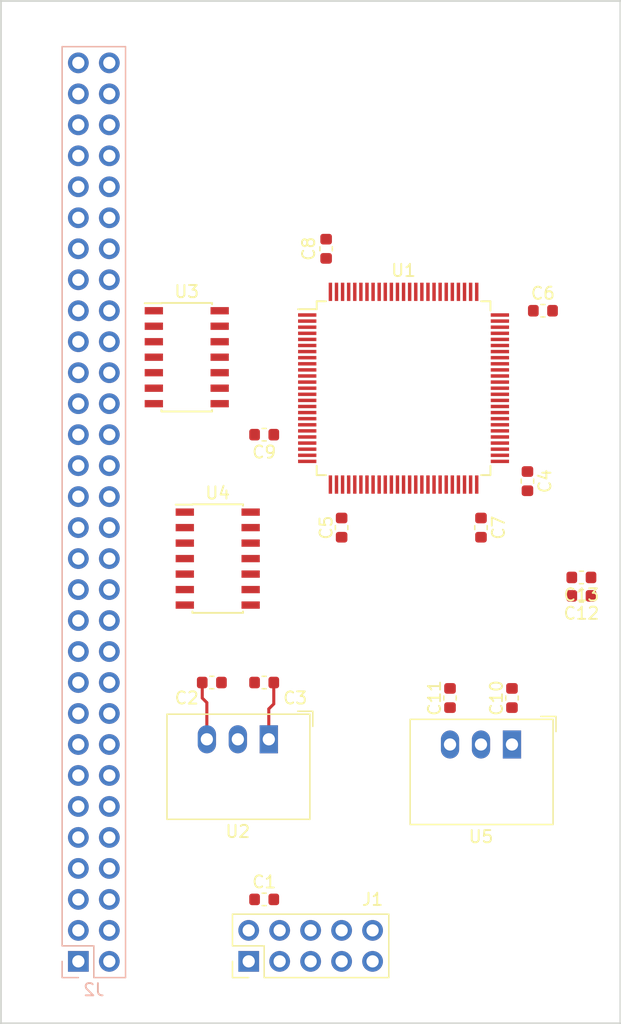
<source format=kicad_pcb>
(kicad_pcb (version 20171130) (host pcbnew 5.0.2+dfsg1-1~bpo9+1)

  (general
    (thickness 1.6)
    (drawings 4)
    (tracks 6)
    (zones 0)
    (modules 20)
    (nets 156)
  )

  (page USLetter)
  (layers
    (0 F.Cu signal)
    (1 In1.Cu signal hide)
    (2 In2.Cu signal hide)
    (31 B.Cu signal hide)
    (33 F.Adhes user hide)
    (35 F.Paste user)
    (37 F.SilkS user)
    (39 F.Mask user hide)
    (40 Dwgs.User user hide)
    (41 Cmts.User user)
    (42 Eco1.User user)
    (43 Eco2.User user)
    (44 Edge.Cuts user)
    (45 Margin user hide)
    (46 B.CrtYd user)
    (47 F.CrtYd user hide)
    (49 F.Fab user hide)
  )

  (setup
    (last_trace_width 0.25)
    (trace_clearance 0.2)
    (zone_clearance 0.508)
    (zone_45_only no)
    (trace_min 0.2)
    (segment_width 0.2)
    (edge_width 0.15)
    (via_size 0.8)
    (via_drill 0.4)
    (via_min_size 0.4)
    (via_min_drill 0.3)
    (uvia_size 0.3)
    (uvia_drill 0.1)
    (uvias_allowed no)
    (uvia_min_size 0.2)
    (uvia_min_drill 0.1)
    (pcb_text_width 0.3)
    (pcb_text_size 1.5 1.5)
    (mod_edge_width 0.15)
    (mod_text_size 1 1)
    (mod_text_width 0.15)
    (pad_size 1.524 1.524)
    (pad_drill 0.762)
    (pad_to_mask_clearance 0.051)
    (solder_mask_min_width 0.25)
    (aux_axis_origin 0 0)
    (grid_origin 125.73 128.27)
    (visible_elements 7FFFFFFF)
    (pcbplotparams
      (layerselection 0x010fc_ffffffff)
      (usegerberextensions false)
      (usegerberattributes false)
      (usegerberadvancedattributes false)
      (creategerberjobfile false)
      (excludeedgelayer true)
      (linewidth 0.100000)
      (plotframeref false)
      (viasonmask false)
      (mode 1)
      (useauxorigin false)
      (hpglpennumber 1)
      (hpglpenspeed 20)
      (hpglpendiameter 15.000000)
      (psnegative false)
      (psa4output false)
      (plotreference true)
      (plotvalue true)
      (plotinvisibletext false)
      (padsonsilk false)
      (subtractmaskfromsilk false)
      (outputformat 1)
      (mirror false)
      (drillshape 1)
      (scaleselection 1)
      (outputdirectory ""))
  )

  (net 0 "")
  (net 1 "Net-(U1-Pad1)")
  (net 2 "Net-(U1-Pad2)")
  (net 3 "Net-(U1-Pad3)")
  (net 4 "Net-(U1-Pad4)")
  (net 5 "Net-(U1-Pad5)")
  (net 6 "Net-(U1-Pad7)")
  (net 7 "Net-(U1-Pad8)")
  (net 8 "Net-(U1-Pad9)")
  (net 9 "Net-(U1-Pad10)")
  (net 10 "Net-(U1-Pad11)")
  (net 11 "Net-(U1-Pad12)")
  (net 12 "Net-(U1-Pad13)")
  (net 13 "Net-(U1-Pad15)")
  (net 14 "Net-(U1-Pad16)")
  (net 15 "Net-(U1-Pad17)")
  (net 16 "Net-(U1-Pad18)")
  (net 17 "Net-(U1-Pad19)")
  (net 18 GND)
  (net 19 "Net-(U1-Pad22)")
  (net 20 "Net-(U1-Pad27)")
  (net 21 "Net-(U1-Pad33)")
  (net 22 "Net-(U1-Pad34)")
  (net 23 "Net-(U1-Pad35)")
  (net 24 "Net-(U1-Pad36)")
  (net 25 "Net-(U1-Pad37)")
  (net 26 "Net-(U1-Pad38)")
  (net 27 "Net-(U1-Pad39)")
  (net 28 "Net-(U1-Pad40)")
  (net 29 "Net-(U1-Pad41)")
  (net 30 "Net-(U1-Pad42)")
  (net 31 "Net-(U1-Pad43)")
  (net 32 "Net-(U1-Pad44)")
  (net 33 "Net-(U1-Pad45)")
  (net 34 "Net-(U1-Pad46)")
  (net 35 "Net-(U1-Pad47)")
  (net 36 "Net-(U1-Pad48)")
  (net 37 "Net-(U1-Pad52)")
  (net 38 "Net-(U1-Pad53)")
  (net 39 "Net-(U1-Pad54)")
  (net 40 "Net-(U1-Pad55)")
  (net 41 "Net-(U1-Pad56)")
  (net 42 "Net-(U1-Pad57)")
  (net 43 "Net-(U1-Pad58)")
  (net 44 "Net-(U1-Pad59)")
  (net 45 "Net-(U1-Pad60)")
  (net 46 "Net-(U1-Pad61)")
  (net 47 "Net-(U1-Pad62)")
  (net 48 "Net-(U1-Pad63)")
  (net 49 "Net-(U1-Pad64)")
  (net 50 "Net-(U1-Pad65)")
  (net 51 "Net-(U1-Pad66)")
  (net 52 "Net-(U1-Pad67)")
  (net 53 "Net-(U1-Pad68)")
  (net 54 "Net-(U1-Pad69)")
  (net 55 "Net-(U1-Pad70)")
  (net 56 "Net-(U1-Pad71)")
  (net 57 "Net-(U1-Pad73)")
  (net 58 "Net-(U1-Pad77)")
  (net 59 "Net-(U1-Pad78)")
  (net 60 "Net-(U1-Pad79)")
  (net 61 "Net-(U1-Pad80)")
  (net 62 "Net-(U1-Pad81)")
  (net 63 "Net-(U1-Pad82)")
  (net 64 "Net-(U1-Pad83)")
  (net 65 "Net-(U1-Pad84)")
  (net 66 "Net-(U1-Pad85)")
  (net 67 "Net-(U1-Pad86)")
  (net 68 "Net-(U1-Pad87)")
  (net 69 "Net-(U1-Pad88)")
  (net 70 "Net-(U1-Pad89)")
  (net 71 "Net-(U1-Pad90)")
  (net 72 "Net-(U1-Pad91)")
  (net 73 "Net-(U1-Pad92)")
  (net 74 "Net-(U1-Pad93)")
  (net 75 "Net-(U1-Pad94)")
  (net 76 "Net-(U1-Pad95)")
  (net 77 "Net-(U1-Pad96)")
  (net 78 "Net-(U1-Pad97)")
  (net 79 "Net-(U1-Pad98)")
  (net 80 +12V)
  (net 81 +3V3)
  (net 82 -12V)
  (net 83 "Net-(J2-Pad4)")
  (net 84 "Net-(J2-Pad6)")
  (net 85 "Net-(J2-Pad48)")
  (net 86 "Net-(J2-Pad55)")
  (net 87 "Net-(J2-Pad57)")
  (net 88 "Net-(J2-Pad59)")
  (net 89 +5V)
  (net 90 /O.0)
  (net 91 /I.0)
  (net 92 /O.1)
  (net 93 /I.1)
  (net 94 /O.2)
  (net 95 /I.2)
  (net 96 /O.3)
  (net 97 /I.3)
  (net 98 /O.4)
  (net 99 /I.4)
  (net 100 /O.5)
  (net 101 /I.5)
  (net 102 /O.6)
  (net 103 /I.6)
  (net 104 /O.7)
  (net 105 /I.7)
  (net 106 /O.8)
  (net 107 /I.8)
  (net 108 /0.9)
  (net 109 /I.9)
  (net 110 /O.10)
  (net 111 /I.10)
  (net 112 /O.11)
  (net 113 /I.11)
  (net 114 /O.12)
  (net 115 /I.12)
  (net 116 /O.13)
  (net 117 /I.13)
  (net 118 /O.14)
  (net 119 /I.14)
  (net 120 /O.15)
  (net 121 /I.15)
  (net 122 /SWD_CLK)
  (net 123 /D0)
  (net 124 /B0)
  (net 125 /D1)
  (net 126 /B1)
  (net 127 /D2)
  (net 128 /B2)
  (net 129 /D3)
  (net 130 /B3)
  (net 131 /D4)
  (net 132 /D5)
  (net 133 /BOOT_PB)
  (net 134 /D6)
  (net 135 /USB_D-)
  (net 136 /D7)
  (net 137 /USB_D+)
  (net 138 /SWD_DAT)
  (net 139 /nRST)
  (net 140 /DO-Buffer/O.1)
  (net 141 /DO-Buffer/O.2)
  (net 142 /DO-Buffer/O.3)
  (net 143 /DO-Buffer/O.4)
  (net 144 /DO-Buffer/O.8)
  (net 145 /DO-Buffer/O.7)
  (net 146 /DO-Buffer/O.6)
  (net 147 /DO-Buffer/O.5)
  (net 148 /MCU/AI.0)
  (net 149 /MCU/AI.1)
  (net 150 /MCU/AI.2)
  (net 151 /MCU/AI.3)
  (net 152 /MCU/AI.4)
  (net 153 /MCU/AI.5)
  (net 154 /MCU/AI.6)
  (net 155 /MCU/AI.7)

  (net_class Default "This is the default net class."
    (clearance 0.2)
    (trace_width 0.25)
    (via_dia 0.8)
    (via_drill 0.4)
    (uvia_dia 0.3)
    (uvia_drill 0.1)
    (add_net +12V)
    (add_net +3V3)
    (add_net +5V)
    (add_net -12V)
    (add_net /0.9)
    (add_net /B0)
    (add_net /B1)
    (add_net /B2)
    (add_net /B3)
    (add_net /BOOT_PB)
    (add_net /D0)
    (add_net /D1)
    (add_net /D2)
    (add_net /D3)
    (add_net /D4)
    (add_net /D5)
    (add_net /D6)
    (add_net /D7)
    (add_net /DO-Buffer/O.1)
    (add_net /DO-Buffer/O.2)
    (add_net /DO-Buffer/O.3)
    (add_net /DO-Buffer/O.4)
    (add_net /DO-Buffer/O.5)
    (add_net /DO-Buffer/O.6)
    (add_net /DO-Buffer/O.7)
    (add_net /DO-Buffer/O.8)
    (add_net /I.0)
    (add_net /I.1)
    (add_net /I.10)
    (add_net /I.11)
    (add_net /I.12)
    (add_net /I.13)
    (add_net /I.14)
    (add_net /I.15)
    (add_net /I.2)
    (add_net /I.3)
    (add_net /I.4)
    (add_net /I.5)
    (add_net /I.6)
    (add_net /I.7)
    (add_net /I.8)
    (add_net /I.9)
    (add_net /MCU/AI.0)
    (add_net /MCU/AI.1)
    (add_net /MCU/AI.2)
    (add_net /MCU/AI.3)
    (add_net /MCU/AI.4)
    (add_net /MCU/AI.5)
    (add_net /MCU/AI.6)
    (add_net /MCU/AI.7)
    (add_net /O.0)
    (add_net /O.1)
    (add_net /O.10)
    (add_net /O.11)
    (add_net /O.12)
    (add_net /O.13)
    (add_net /O.14)
    (add_net /O.15)
    (add_net /O.2)
    (add_net /O.3)
    (add_net /O.4)
    (add_net /O.5)
    (add_net /O.6)
    (add_net /O.7)
    (add_net /O.8)
    (add_net /SWD_CLK)
    (add_net /SWD_DAT)
    (add_net /USB_D+)
    (add_net /USB_D-)
    (add_net /nRST)
    (add_net GND)
    (add_net "Net-(J2-Pad4)")
    (add_net "Net-(J2-Pad48)")
    (add_net "Net-(J2-Pad55)")
    (add_net "Net-(J2-Pad57)")
    (add_net "Net-(J2-Pad59)")
    (add_net "Net-(J2-Pad6)")
    (add_net "Net-(U1-Pad1)")
    (add_net "Net-(U1-Pad10)")
    (add_net "Net-(U1-Pad11)")
    (add_net "Net-(U1-Pad12)")
    (add_net "Net-(U1-Pad13)")
    (add_net "Net-(U1-Pad15)")
    (add_net "Net-(U1-Pad16)")
    (add_net "Net-(U1-Pad17)")
    (add_net "Net-(U1-Pad18)")
    (add_net "Net-(U1-Pad19)")
    (add_net "Net-(U1-Pad2)")
    (add_net "Net-(U1-Pad22)")
    (add_net "Net-(U1-Pad27)")
    (add_net "Net-(U1-Pad3)")
    (add_net "Net-(U1-Pad33)")
    (add_net "Net-(U1-Pad34)")
    (add_net "Net-(U1-Pad35)")
    (add_net "Net-(U1-Pad36)")
    (add_net "Net-(U1-Pad37)")
    (add_net "Net-(U1-Pad38)")
    (add_net "Net-(U1-Pad39)")
    (add_net "Net-(U1-Pad4)")
    (add_net "Net-(U1-Pad40)")
    (add_net "Net-(U1-Pad41)")
    (add_net "Net-(U1-Pad42)")
    (add_net "Net-(U1-Pad43)")
    (add_net "Net-(U1-Pad44)")
    (add_net "Net-(U1-Pad45)")
    (add_net "Net-(U1-Pad46)")
    (add_net "Net-(U1-Pad47)")
    (add_net "Net-(U1-Pad48)")
    (add_net "Net-(U1-Pad5)")
    (add_net "Net-(U1-Pad52)")
    (add_net "Net-(U1-Pad53)")
    (add_net "Net-(U1-Pad54)")
    (add_net "Net-(U1-Pad55)")
    (add_net "Net-(U1-Pad56)")
    (add_net "Net-(U1-Pad57)")
    (add_net "Net-(U1-Pad58)")
    (add_net "Net-(U1-Pad59)")
    (add_net "Net-(U1-Pad60)")
    (add_net "Net-(U1-Pad61)")
    (add_net "Net-(U1-Pad62)")
    (add_net "Net-(U1-Pad63)")
    (add_net "Net-(U1-Pad64)")
    (add_net "Net-(U1-Pad65)")
    (add_net "Net-(U1-Pad66)")
    (add_net "Net-(U1-Pad67)")
    (add_net "Net-(U1-Pad68)")
    (add_net "Net-(U1-Pad69)")
    (add_net "Net-(U1-Pad7)")
    (add_net "Net-(U1-Pad70)")
    (add_net "Net-(U1-Pad71)")
    (add_net "Net-(U1-Pad73)")
    (add_net "Net-(U1-Pad77)")
    (add_net "Net-(U1-Pad78)")
    (add_net "Net-(U1-Pad79)")
    (add_net "Net-(U1-Pad8)")
    (add_net "Net-(U1-Pad80)")
    (add_net "Net-(U1-Pad81)")
    (add_net "Net-(U1-Pad82)")
    (add_net "Net-(U1-Pad83)")
    (add_net "Net-(U1-Pad84)")
    (add_net "Net-(U1-Pad85)")
    (add_net "Net-(U1-Pad86)")
    (add_net "Net-(U1-Pad87)")
    (add_net "Net-(U1-Pad88)")
    (add_net "Net-(U1-Pad89)")
    (add_net "Net-(U1-Pad9)")
    (add_net "Net-(U1-Pad90)")
    (add_net "Net-(U1-Pad91)")
    (add_net "Net-(U1-Pad92)")
    (add_net "Net-(U1-Pad93)")
    (add_net "Net-(U1-Pad94)")
    (add_net "Net-(U1-Pad95)")
    (add_net "Net-(U1-Pad96)")
    (add_net "Net-(U1-Pad97)")
    (add_net "Net-(U1-Pad98)")
  )

  (module Package_SO:SOIC-14_3.9x8.7mm_P1.27mm (layer F.Cu) (tedit 5A02F2D3) (tstamp 5C3D5646)
    (at 143.51 81.28)
    (descr "14-Lead Plastic Small Outline (SL) - Narrow, 3.90 mm Body [SOIC] (see Microchip Packaging Specification 00000049BS.pdf)")
    (tags "SOIC 1.27")
    (path /5C2A4ADA/5C2BC659)
    (attr smd)
    (fp_text reference U4 (at 0 -5.375) (layer F.SilkS)
      (effects (font (size 1 1) (thickness 0.15)))
    )
    (fp_text value 74LVC125 (at 0 5.375) (layer F.Fab)
      (effects (font (size 1 1) (thickness 0.15)))
    )
    (fp_line (start -2.075 -4.425) (end -3.45 -4.425) (layer F.SilkS) (width 0.15))
    (fp_line (start -2.075 4.45) (end 2.075 4.45) (layer F.SilkS) (width 0.15))
    (fp_line (start -2.075 -4.45) (end 2.075 -4.45) (layer F.SilkS) (width 0.15))
    (fp_line (start -2.075 4.45) (end -2.075 4.335) (layer F.SilkS) (width 0.15))
    (fp_line (start 2.075 4.45) (end 2.075 4.335) (layer F.SilkS) (width 0.15))
    (fp_line (start 2.075 -4.45) (end 2.075 -4.335) (layer F.SilkS) (width 0.15))
    (fp_line (start -2.075 -4.45) (end -2.075 -4.425) (layer F.SilkS) (width 0.15))
    (fp_line (start -3.7 4.65) (end 3.7 4.65) (layer F.CrtYd) (width 0.05))
    (fp_line (start -3.7 -4.65) (end 3.7 -4.65) (layer F.CrtYd) (width 0.05))
    (fp_line (start 3.7 -4.65) (end 3.7 4.65) (layer F.CrtYd) (width 0.05))
    (fp_line (start -3.7 -4.65) (end -3.7 4.65) (layer F.CrtYd) (width 0.05))
    (fp_line (start -1.95 -3.35) (end -0.95 -4.35) (layer F.Fab) (width 0.15))
    (fp_line (start -1.95 4.35) (end -1.95 -3.35) (layer F.Fab) (width 0.15))
    (fp_line (start 1.95 4.35) (end -1.95 4.35) (layer F.Fab) (width 0.15))
    (fp_line (start 1.95 -4.35) (end 1.95 4.35) (layer F.Fab) (width 0.15))
    (fp_line (start -0.95 -4.35) (end 1.95 -4.35) (layer F.Fab) (width 0.15))
    (fp_text user %R (at 0 0) (layer F.Fab)
      (effects (font (size 0.9 0.9) (thickness 0.135)))
    )
    (pad 14 smd rect (at 2.7 -3.81) (size 1.5 0.6) (layers F.Cu F.Paste F.Mask)
      (net 89 +5V))
    (pad 13 smd rect (at 2.7 -2.54) (size 1.5 0.6) (layers F.Cu F.Paste F.Mask)
      (net 89 +5V))
    (pad 12 smd rect (at 2.7 -1.27) (size 1.5 0.6) (layers F.Cu F.Paste F.Mask)
      (net 144 /DO-Buffer/O.8))
    (pad 11 smd rect (at 2.7 0) (size 1.5 0.6) (layers F.Cu F.Paste F.Mask)
      (net 106 /O.8))
    (pad 10 smd rect (at 2.7 1.27) (size 1.5 0.6) (layers F.Cu F.Paste F.Mask)
      (net 89 +5V))
    (pad 9 smd rect (at 2.7 2.54) (size 1.5 0.6) (layers F.Cu F.Paste F.Mask)
      (net 145 /DO-Buffer/O.7))
    (pad 8 smd rect (at 2.7 3.81) (size 1.5 0.6) (layers F.Cu F.Paste F.Mask)
      (net 104 /O.7))
    (pad 7 smd rect (at -2.7 3.81) (size 1.5 0.6) (layers F.Cu F.Paste F.Mask)
      (net 18 GND))
    (pad 6 smd rect (at -2.7 2.54) (size 1.5 0.6) (layers F.Cu F.Paste F.Mask)
      (net 102 /O.6))
    (pad 5 smd rect (at -2.7 1.27) (size 1.5 0.6) (layers F.Cu F.Paste F.Mask)
      (net 146 /DO-Buffer/O.6))
    (pad 4 smd rect (at -2.7 0) (size 1.5 0.6) (layers F.Cu F.Paste F.Mask)
      (net 89 +5V))
    (pad 3 smd rect (at -2.7 -1.27) (size 1.5 0.6) (layers F.Cu F.Paste F.Mask)
      (net 100 /O.5))
    (pad 2 smd rect (at -2.7 -2.54) (size 1.5 0.6) (layers F.Cu F.Paste F.Mask)
      (net 147 /DO-Buffer/O.5))
    (pad 1 smd rect (at -2.7 -3.81) (size 1.5 0.6) (layers F.Cu F.Paste F.Mask)
      (net 89 +5V))
    (model ${KISYS3DMOD}/Package_SO.3dshapes/SOIC-14_3.9x8.7mm_P1.27mm.wrl
      (at (xyz 0 0 0))
      (scale (xyz 1 1 1))
      (rotate (xyz 0 0 0))
    )
  )

  (module Package_SO:SOIC-14_3.9x8.7mm_P1.27mm (layer F.Cu) (tedit 5A02F2D3) (tstamp 5C3D5623)
    (at 140.97 64.77)
    (descr "14-Lead Plastic Small Outline (SL) - Narrow, 3.90 mm Body [SOIC] (see Microchip Packaging Specification 00000049BS.pdf)")
    (tags "SOIC 1.27")
    (path /5C2A4ADA/5C2BC14E)
    (attr smd)
    (fp_text reference U3 (at 0 -5.375) (layer F.SilkS)
      (effects (font (size 1 1) (thickness 0.15)))
    )
    (fp_text value 74LVC125 (at 0 5.375) (layer F.Fab)
      (effects (font (size 1 1) (thickness 0.15)))
    )
    (fp_text user %R (at 0 0) (layer F.Fab)
      (effects (font (size 0.9 0.9) (thickness 0.135)))
    )
    (fp_line (start -0.95 -4.35) (end 1.95 -4.35) (layer F.Fab) (width 0.15))
    (fp_line (start 1.95 -4.35) (end 1.95 4.35) (layer F.Fab) (width 0.15))
    (fp_line (start 1.95 4.35) (end -1.95 4.35) (layer F.Fab) (width 0.15))
    (fp_line (start -1.95 4.35) (end -1.95 -3.35) (layer F.Fab) (width 0.15))
    (fp_line (start -1.95 -3.35) (end -0.95 -4.35) (layer F.Fab) (width 0.15))
    (fp_line (start -3.7 -4.65) (end -3.7 4.65) (layer F.CrtYd) (width 0.05))
    (fp_line (start 3.7 -4.65) (end 3.7 4.65) (layer F.CrtYd) (width 0.05))
    (fp_line (start -3.7 -4.65) (end 3.7 -4.65) (layer F.CrtYd) (width 0.05))
    (fp_line (start -3.7 4.65) (end 3.7 4.65) (layer F.CrtYd) (width 0.05))
    (fp_line (start -2.075 -4.45) (end -2.075 -4.425) (layer F.SilkS) (width 0.15))
    (fp_line (start 2.075 -4.45) (end 2.075 -4.335) (layer F.SilkS) (width 0.15))
    (fp_line (start 2.075 4.45) (end 2.075 4.335) (layer F.SilkS) (width 0.15))
    (fp_line (start -2.075 4.45) (end -2.075 4.335) (layer F.SilkS) (width 0.15))
    (fp_line (start -2.075 -4.45) (end 2.075 -4.45) (layer F.SilkS) (width 0.15))
    (fp_line (start -2.075 4.45) (end 2.075 4.45) (layer F.SilkS) (width 0.15))
    (fp_line (start -2.075 -4.425) (end -3.45 -4.425) (layer F.SilkS) (width 0.15))
    (pad 1 smd rect (at -2.7 -3.81) (size 1.5 0.6) (layers F.Cu F.Paste F.Mask)
      (net 89 +5V))
    (pad 2 smd rect (at -2.7 -2.54) (size 1.5 0.6) (layers F.Cu F.Paste F.Mask)
      (net 140 /DO-Buffer/O.1))
    (pad 3 smd rect (at -2.7 -1.27) (size 1.5 0.6) (layers F.Cu F.Paste F.Mask)
      (net 92 /O.1))
    (pad 4 smd rect (at -2.7 0) (size 1.5 0.6) (layers F.Cu F.Paste F.Mask)
      (net 89 +5V))
    (pad 5 smd rect (at -2.7 1.27) (size 1.5 0.6) (layers F.Cu F.Paste F.Mask)
      (net 141 /DO-Buffer/O.2))
    (pad 6 smd rect (at -2.7 2.54) (size 1.5 0.6) (layers F.Cu F.Paste F.Mask)
      (net 94 /O.2))
    (pad 7 smd rect (at -2.7 3.81) (size 1.5 0.6) (layers F.Cu F.Paste F.Mask)
      (net 18 GND))
    (pad 8 smd rect (at 2.7 3.81) (size 1.5 0.6) (layers F.Cu F.Paste F.Mask)
      (net 96 /O.3))
    (pad 9 smd rect (at 2.7 2.54) (size 1.5 0.6) (layers F.Cu F.Paste F.Mask)
      (net 142 /DO-Buffer/O.3))
    (pad 10 smd rect (at 2.7 1.27) (size 1.5 0.6) (layers F.Cu F.Paste F.Mask)
      (net 89 +5V))
    (pad 11 smd rect (at 2.7 0) (size 1.5 0.6) (layers F.Cu F.Paste F.Mask)
      (net 98 /O.4))
    (pad 12 smd rect (at 2.7 -1.27) (size 1.5 0.6) (layers F.Cu F.Paste F.Mask)
      (net 143 /DO-Buffer/O.4))
    (pad 13 smd rect (at 2.7 -2.54) (size 1.5 0.6) (layers F.Cu F.Paste F.Mask)
      (net 89 +5V))
    (pad 14 smd rect (at 2.7 -3.81) (size 1.5 0.6) (layers F.Cu F.Paste F.Mask)
      (net 89 +5V))
    (model ${KISYS3DMOD}/Package_SO.3dshapes/SOIC-14_3.9x8.7mm_P1.27mm.wrl
      (at (xyz 0 0 0))
      (scale (xyz 1 1 1))
      (rotate (xyz 0 0 0))
    )
  )

  (module Capacitor_SMD:C_0603_1608Metric (layer F.Cu) (tedit 5B301BBE) (tstamp 5C282C0B)
    (at 162.56 92.71 90)
    (descr "Capacitor SMD 0603 (1608 Metric), square (rectangular) end terminal, IPC_7351 nominal, (Body size source: http://www.tortai-tech.com/upload/download/2011102023233369053.pdf), generated with kicad-footprint-generator")
    (tags capacitor)
    (path /5C243B4D/5C2D63BD)
    (attr smd)
    (fp_text reference C11 (at 0 -1.27 90) (layer F.SilkS)
      (effects (font (size 1 1) (thickness 0.15)))
    )
    (fp_text value "1uF 6.3V" (at 0 1.43 90) (layer F.Fab)
      (effects (font (size 1 1) (thickness 0.15)))
    )
    (fp_text user %R (at 0 0 90) (layer F.Fab)
      (effects (font (size 0.4 0.4) (thickness 0.06)))
    )
    (fp_line (start 1.48 0.73) (end -1.48 0.73) (layer F.CrtYd) (width 0.05))
    (fp_line (start 1.48 -0.73) (end 1.48 0.73) (layer F.CrtYd) (width 0.05))
    (fp_line (start -1.48 -0.73) (end 1.48 -0.73) (layer F.CrtYd) (width 0.05))
    (fp_line (start -1.48 0.73) (end -1.48 -0.73) (layer F.CrtYd) (width 0.05))
    (fp_line (start -0.162779 0.51) (end 0.162779 0.51) (layer F.SilkS) (width 0.12))
    (fp_line (start -0.162779 -0.51) (end 0.162779 -0.51) (layer F.SilkS) (width 0.12))
    (fp_line (start 0.8 0.4) (end -0.8 0.4) (layer F.Fab) (width 0.1))
    (fp_line (start 0.8 -0.4) (end 0.8 0.4) (layer F.Fab) (width 0.1))
    (fp_line (start -0.8 -0.4) (end 0.8 -0.4) (layer F.Fab) (width 0.1))
    (fp_line (start -0.8 0.4) (end -0.8 -0.4) (layer F.Fab) (width 0.1))
    (pad 2 smd roundrect (at 0.7875 0 90) (size 0.875 0.95) (layers F.Cu F.Paste F.Mask) (roundrect_rratio 0.25)
      (net 18 GND))
    (pad 1 smd roundrect (at -0.7875 0 90) (size 0.875 0.95) (layers F.Cu F.Paste F.Mask) (roundrect_rratio 0.25)
      (net 89 +5V))
    (model ${KISYS3DMOD}/Capacitor_SMD.3dshapes/C_0603_1608Metric.wrl
      (at (xyz 0 0 0))
      (scale (xyz 1 1 1))
      (rotate (xyz 0 0 0))
    )
  )

  (module Capacitor_SMD:C_0603_1608Metric (layer F.Cu) (tedit 5B301BBE) (tstamp 5C282BFA)
    (at 173.334999 82.824999 180)
    (descr "Capacitor SMD 0603 (1608 Metric), square (rectangular) end terminal, IPC_7351 nominal, (Body size source: http://www.tortai-tech.com/upload/download/2011102023233369053.pdf), generated with kicad-footprint-generator")
    (tags capacitor)
    (path /5C2A4ADA/5C2D4F6E)
    (attr smd)
    (fp_text reference C13 (at 0 -1.43 180) (layer F.SilkS)
      (effects (font (size 1 1) (thickness 0.15)))
    )
    (fp_text value "1uF 6.3V" (at 0 1.43 180) (layer F.Fab)
      (effects (font (size 1 1) (thickness 0.15)))
    )
    (fp_line (start -0.8 0.4) (end -0.8 -0.4) (layer F.Fab) (width 0.1))
    (fp_line (start -0.8 -0.4) (end 0.8 -0.4) (layer F.Fab) (width 0.1))
    (fp_line (start 0.8 -0.4) (end 0.8 0.4) (layer F.Fab) (width 0.1))
    (fp_line (start 0.8 0.4) (end -0.8 0.4) (layer F.Fab) (width 0.1))
    (fp_line (start -0.162779 -0.51) (end 0.162779 -0.51) (layer F.SilkS) (width 0.12))
    (fp_line (start -0.162779 0.51) (end 0.162779 0.51) (layer F.SilkS) (width 0.12))
    (fp_line (start -1.48 0.73) (end -1.48 -0.73) (layer F.CrtYd) (width 0.05))
    (fp_line (start -1.48 -0.73) (end 1.48 -0.73) (layer F.CrtYd) (width 0.05))
    (fp_line (start 1.48 -0.73) (end 1.48 0.73) (layer F.CrtYd) (width 0.05))
    (fp_line (start 1.48 0.73) (end -1.48 0.73) (layer F.CrtYd) (width 0.05))
    (fp_text user %R (at 0 0 180) (layer F.Fab)
      (effects (font (size 0.4 0.4) (thickness 0.06)))
    )
    (pad 1 smd roundrect (at -0.7875 0 180) (size 0.875 0.95) (layers F.Cu F.Paste F.Mask) (roundrect_rratio 0.25)
      (net 89 +5V))
    (pad 2 smd roundrect (at 0.7875 0 180) (size 0.875 0.95) (layers F.Cu F.Paste F.Mask) (roundrect_rratio 0.25)
      (net 18 GND))
    (model ${KISYS3DMOD}/Capacitor_SMD.3dshapes/C_0603_1608Metric.wrl
      (at (xyz 0 0 0))
      (scale (xyz 1 1 1))
      (rotate (xyz 0 0 0))
    )
  )

  (module Capacitor_SMD:C_0603_1608Metric (layer F.Cu) (tedit 5B301BBE) (tstamp 5C282BE9)
    (at 173.334999 84.334999 180)
    (descr "Capacitor SMD 0603 (1608 Metric), square (rectangular) end terminal, IPC_7351 nominal, (Body size source: http://www.tortai-tech.com/upload/download/2011102023233369053.pdf), generated with kicad-footprint-generator")
    (tags capacitor)
    (path /5C2A4ADA/5C2D4CC2)
    (attr smd)
    (fp_text reference C12 (at 0 -1.43 180) (layer F.SilkS)
      (effects (font (size 1 1) (thickness 0.15)))
    )
    (fp_text value "1uF 6.3V" (at 0 1.43 180) (layer F.Fab)
      (effects (font (size 1 1) (thickness 0.15)))
    )
    (fp_text user %R (at 0 0 180) (layer F.Fab)
      (effects (font (size 0.4 0.4) (thickness 0.06)))
    )
    (fp_line (start 1.48 0.73) (end -1.48 0.73) (layer F.CrtYd) (width 0.05))
    (fp_line (start 1.48 -0.73) (end 1.48 0.73) (layer F.CrtYd) (width 0.05))
    (fp_line (start -1.48 -0.73) (end 1.48 -0.73) (layer F.CrtYd) (width 0.05))
    (fp_line (start -1.48 0.73) (end -1.48 -0.73) (layer F.CrtYd) (width 0.05))
    (fp_line (start -0.162779 0.51) (end 0.162779 0.51) (layer F.SilkS) (width 0.12))
    (fp_line (start -0.162779 -0.51) (end 0.162779 -0.51) (layer F.SilkS) (width 0.12))
    (fp_line (start 0.8 0.4) (end -0.8 0.4) (layer F.Fab) (width 0.1))
    (fp_line (start 0.8 -0.4) (end 0.8 0.4) (layer F.Fab) (width 0.1))
    (fp_line (start -0.8 -0.4) (end 0.8 -0.4) (layer F.Fab) (width 0.1))
    (fp_line (start -0.8 0.4) (end -0.8 -0.4) (layer F.Fab) (width 0.1))
    (pad 2 smd roundrect (at 0.7875 0 180) (size 0.875 0.95) (layers F.Cu F.Paste F.Mask) (roundrect_rratio 0.25)
      (net 18 GND))
    (pad 1 smd roundrect (at -0.7875 0 180) (size 0.875 0.95) (layers F.Cu F.Paste F.Mask) (roundrect_rratio 0.25)
      (net 89 +5V))
    (model ${KISYS3DMOD}/Capacitor_SMD.3dshapes/C_0603_1608Metric.wrl
      (at (xyz 0 0 0))
      (scale (xyz 1 1 1))
      (rotate (xyz 0 0 0))
    )
  )

  (module Capacitor_SMD:C_0603_1608Metric (layer F.Cu) (tedit 5B301BBE) (tstamp 5C34B368)
    (at 167.64 92.71 90)
    (descr "Capacitor SMD 0603 (1608 Metric), square (rectangular) end terminal, IPC_7351 nominal, (Body size source: http://www.tortai-tech.com/upload/download/2011102023233369053.pdf), generated with kicad-footprint-generator")
    (tags capacitor)
    (path /5C243B4D/5C2D63C4)
    (attr smd)
    (fp_text reference C10 (at 0 -1.27 90) (layer F.SilkS)
      (effects (font (size 1 1) (thickness 0.15)))
    )
    (fp_text value "1uF 25V" (at 0 1.43 90) (layer F.Fab)
      (effects (font (size 1 1) (thickness 0.15)))
    )
    (fp_line (start -0.8 0.4) (end -0.8 -0.4) (layer F.Fab) (width 0.1))
    (fp_line (start -0.8 -0.4) (end 0.8 -0.4) (layer F.Fab) (width 0.1))
    (fp_line (start 0.8 -0.4) (end 0.8 0.4) (layer F.Fab) (width 0.1))
    (fp_line (start 0.8 0.4) (end -0.8 0.4) (layer F.Fab) (width 0.1))
    (fp_line (start -0.162779 -0.51) (end 0.162779 -0.51) (layer F.SilkS) (width 0.12))
    (fp_line (start -0.162779 0.51) (end 0.162779 0.51) (layer F.SilkS) (width 0.12))
    (fp_line (start -1.48 0.73) (end -1.48 -0.73) (layer F.CrtYd) (width 0.05))
    (fp_line (start -1.48 -0.73) (end 1.48 -0.73) (layer F.CrtYd) (width 0.05))
    (fp_line (start 1.48 -0.73) (end 1.48 0.73) (layer F.CrtYd) (width 0.05))
    (fp_line (start 1.48 0.73) (end -1.48 0.73) (layer F.CrtYd) (width 0.05))
    (fp_text user %R (at 0 0 90) (layer F.Fab)
      (effects (font (size 0.4 0.4) (thickness 0.06)))
    )
    (pad 1 smd roundrect (at -0.7875 0 90) (size 0.875 0.95) (layers F.Cu F.Paste F.Mask) (roundrect_rratio 0.25)
      (net 80 +12V))
    (pad 2 smd roundrect (at 0.7875 0 90) (size 0.875 0.95) (layers F.Cu F.Paste F.Mask) (roundrect_rratio 0.25)
      (net 18 GND))
    (model ${KISYS3DMOD}/Capacitor_SMD.3dshapes/C_0603_1608Metric.wrl
      (at (xyz 0 0 0))
      (scale (xyz 1 1 1))
      (rotate (xyz 0 0 0))
    )
  )

  (module Converter_DCDC:Converter_DCDC_RECOM_R-78E-0.5_THT (layer F.Cu) (tedit 5B741BB0) (tstamp 5C28299B)
    (at 167.64 96.52 180)
    (descr "DCDC-Converter, RECOM, RECOM_R-78E-0.5, SIP-3, pitch 2.54mm, package size 11.6x8.5x10.4mm^3, https://www.recom-power.com/pdf/Innoline/R-78Exx-0.5.pdf")
    (tags "dc-dc recom buck sip-3 pitch 2.54mm")
    (path /5C243B4D/5C2D5DAF)
    (fp_text reference U5 (at 2.54 -7.56 180) (layer F.SilkS)
      (effects (font (size 1 1) (thickness 0.15)))
    )
    (fp_text value R-78E5.0-0.5 (at 2.54 3 180) (layer F.Fab)
      (effects (font (size 1 1) (thickness 0.15)))
    )
    (fp_line (start -3.31 -6.5) (end 8.29 -6.5) (layer F.Fab) (width 0.1))
    (fp_line (start 8.29 -6.5) (end 8.29 2) (layer F.Fab) (width 0.1))
    (fp_line (start 8.29 2) (end -2.31 2) (layer F.Fab) (width 0.1))
    (fp_line (start -2.31 2) (end -3.31 1) (layer F.Fab) (width 0.1))
    (fp_line (start -3.31 1) (end -3.31 -6.5) (layer F.Fab) (width 0.1))
    (fp_line (start -3.371 -6.56) (end 8.35 -6.56) (layer F.SilkS) (width 0.12))
    (fp_line (start -3.371 2.06) (end 8.35 2.06) (layer F.SilkS) (width 0.12))
    (fp_line (start -3.371 -6.56) (end -3.371 2.06) (layer F.SilkS) (width 0.12))
    (fp_line (start 8.35 -6.56) (end 8.35 2.06) (layer F.SilkS) (width 0.12))
    (fp_line (start -3.611 1.06) (end -3.611 2.3) (layer F.SilkS) (width 0.12))
    (fp_line (start -3.611 2.3) (end -2.371 2.3) (layer F.SilkS) (width 0.12))
    (fp_line (start -3.57 -6.75) (end -3.57 2.25) (layer F.CrtYd) (width 0.05))
    (fp_line (start -3.57 2.25) (end 8.54 2.25) (layer F.CrtYd) (width 0.05))
    (fp_line (start 8.54 2.25) (end 8.54 -6.75) (layer F.CrtYd) (width 0.05))
    (fp_line (start 8.54 -6.75) (end -3.57 -6.75) (layer F.CrtYd) (width 0.05))
    (fp_text user %R (at 2.54 -2.25 180) (layer F.Fab)
      (effects (font (size 1 1) (thickness 0.15)))
    )
    (pad 1 thru_hole rect (at 0 0 180) (size 1.5 2.3) (drill 1) (layers *.Cu *.Mask)
      (net 80 +12V))
    (pad 2 thru_hole oval (at 2.54 0 180) (size 1.5 2.3) (drill 1) (layers *.Cu *.Mask)
      (net 18 GND))
    (pad 3 thru_hole oval (at 5.08 0 180) (size 1.5 2.3) (drill 1) (layers *.Cu *.Mask)
      (net 89 +5V))
    (model ${KISYS3DMOD}/Converter_DCDC.3dshapes/Converter_DCDC_RECOM_R-78E-0.5_THT.wrl
      (at (xyz 0 0 0))
      (scale (xyz 1 1 1))
      (rotate (xyz 0 0 0))
    )
  )

  (module Capacitor_SMD:C_0603_1608Metric (layer F.Cu) (tedit 5B301BBE) (tstamp 5C31F621)
    (at 147.32 71.12 180)
    (descr "Capacitor SMD 0603 (1608 Metric), square (rectangular) end terminal, IPC_7351 nominal, (Body size source: http://www.tortai-tech.com/upload/download/2011102023233369053.pdf), generated with kicad-footprint-generator")
    (tags capacitor)
    (path /5C243A21/5C25911D)
    (attr smd)
    (fp_text reference C9 (at 0 -1.43 180) (layer F.SilkS)
      (effects (font (size 1 1) (thickness 0.15)))
    )
    (fp_text value "1uF 6.3V" (at 0 1.43 180) (layer F.Fab)
      (effects (font (size 1 1) (thickness 0.15)))
    )
    (fp_line (start -0.8 0.4) (end -0.8 -0.4) (layer F.Fab) (width 0.1))
    (fp_line (start -0.8 -0.4) (end 0.8 -0.4) (layer F.Fab) (width 0.1))
    (fp_line (start 0.8 -0.4) (end 0.8 0.4) (layer F.Fab) (width 0.1))
    (fp_line (start 0.8 0.4) (end -0.8 0.4) (layer F.Fab) (width 0.1))
    (fp_line (start -0.162779 -0.51) (end 0.162779 -0.51) (layer F.SilkS) (width 0.12))
    (fp_line (start -0.162779 0.51) (end 0.162779 0.51) (layer F.SilkS) (width 0.12))
    (fp_line (start -1.48 0.73) (end -1.48 -0.73) (layer F.CrtYd) (width 0.05))
    (fp_line (start -1.48 -0.73) (end 1.48 -0.73) (layer F.CrtYd) (width 0.05))
    (fp_line (start 1.48 -0.73) (end 1.48 0.73) (layer F.CrtYd) (width 0.05))
    (fp_line (start 1.48 0.73) (end -1.48 0.73) (layer F.CrtYd) (width 0.05))
    (fp_text user %R (at 0 0 180) (layer F.Fab)
      (effects (font (size 0.4 0.4) (thickness 0.06)))
    )
    (pad 1 smd roundrect (at -0.7875 0 180) (size 0.875 0.95) (layers F.Cu F.Paste F.Mask) (roundrect_rratio 0.25)
      (net 81 +3V3))
    (pad 2 smd roundrect (at 0.7875 0 180) (size 0.875 0.95) (layers F.Cu F.Paste F.Mask) (roundrect_rratio 0.25)
      (net 18 GND))
    (model ${KISYS3DMOD}/Capacitor_SMD.3dshapes/C_0603_1608Metric.wrl
      (at (xyz 0 0 0))
      (scale (xyz 1 1 1))
      (rotate (xyz 0 0 0))
    )
  )

  (module Capacitor_SMD:C_0603_1608Metric (layer F.Cu) (tedit 5B301BBE) (tstamp 5C31F610)
    (at 152.4 55.88 90)
    (descr "Capacitor SMD 0603 (1608 Metric), square (rectangular) end terminal, IPC_7351 nominal, (Body size source: http://www.tortai-tech.com/upload/download/2011102023233369053.pdf), generated with kicad-footprint-generator")
    (tags capacitor)
    (path /5C243A21/5C258480)
    (attr smd)
    (fp_text reference C8 (at 0 -1.43 90) (layer F.SilkS)
      (effects (font (size 1 1) (thickness 0.15)))
    )
    (fp_text value "1uF 6.3V" (at 0 1.43 90) (layer F.Fab)
      (effects (font (size 1 1) (thickness 0.15)))
    )
    (fp_text user %R (at 0 0 90) (layer F.Fab)
      (effects (font (size 0.4 0.4) (thickness 0.06)))
    )
    (fp_line (start 1.48 0.73) (end -1.48 0.73) (layer F.CrtYd) (width 0.05))
    (fp_line (start 1.48 -0.73) (end 1.48 0.73) (layer F.CrtYd) (width 0.05))
    (fp_line (start -1.48 -0.73) (end 1.48 -0.73) (layer F.CrtYd) (width 0.05))
    (fp_line (start -1.48 0.73) (end -1.48 -0.73) (layer F.CrtYd) (width 0.05))
    (fp_line (start -0.162779 0.51) (end 0.162779 0.51) (layer F.SilkS) (width 0.12))
    (fp_line (start -0.162779 -0.51) (end 0.162779 -0.51) (layer F.SilkS) (width 0.12))
    (fp_line (start 0.8 0.4) (end -0.8 0.4) (layer F.Fab) (width 0.1))
    (fp_line (start 0.8 -0.4) (end 0.8 0.4) (layer F.Fab) (width 0.1))
    (fp_line (start -0.8 -0.4) (end 0.8 -0.4) (layer F.Fab) (width 0.1))
    (fp_line (start -0.8 0.4) (end -0.8 -0.4) (layer F.Fab) (width 0.1))
    (pad 2 smd roundrect (at 0.7875 0 90) (size 0.875 0.95) (layers F.Cu F.Paste F.Mask) (roundrect_rratio 0.25)
      (net 18 GND))
    (pad 1 smd roundrect (at -0.7875 0 90) (size 0.875 0.95) (layers F.Cu F.Paste F.Mask) (roundrect_rratio 0.25)
      (net 81 +3V3))
    (model ${KISYS3DMOD}/Capacitor_SMD.3dshapes/C_0603_1608Metric.wrl
      (at (xyz 0 0 0))
      (scale (xyz 1 1 1))
      (rotate (xyz 0 0 0))
    )
  )

  (module Capacitor_SMD:C_0603_1608Metric (layer F.Cu) (tedit 5B301BBE) (tstamp 5C31F6E4)
    (at 165.1 78.74 270)
    (descr "Capacitor SMD 0603 (1608 Metric), square (rectangular) end terminal, IPC_7351 nominal, (Body size source: http://www.tortai-tech.com/upload/download/2011102023233369053.pdf), generated with kicad-footprint-generator")
    (tags capacitor)
    (path /5C243A21/5C258884)
    (attr smd)
    (fp_text reference C7 (at 0 -1.43 270) (layer F.SilkS)
      (effects (font (size 1 1) (thickness 0.15)))
    )
    (fp_text value "1uF 6.3V" (at 0 1.43 270) (layer F.Fab)
      (effects (font (size 1 1) (thickness 0.15)))
    )
    (fp_text user %R (at 0 0 270) (layer F.Fab)
      (effects (font (size 0.4 0.4) (thickness 0.06)))
    )
    (fp_line (start 1.48 0.73) (end -1.48 0.73) (layer F.CrtYd) (width 0.05))
    (fp_line (start 1.48 -0.73) (end 1.48 0.73) (layer F.CrtYd) (width 0.05))
    (fp_line (start -1.48 -0.73) (end 1.48 -0.73) (layer F.CrtYd) (width 0.05))
    (fp_line (start -1.48 0.73) (end -1.48 -0.73) (layer F.CrtYd) (width 0.05))
    (fp_line (start -0.162779 0.51) (end 0.162779 0.51) (layer F.SilkS) (width 0.12))
    (fp_line (start -0.162779 -0.51) (end 0.162779 -0.51) (layer F.SilkS) (width 0.12))
    (fp_line (start 0.8 0.4) (end -0.8 0.4) (layer F.Fab) (width 0.1))
    (fp_line (start 0.8 -0.4) (end 0.8 0.4) (layer F.Fab) (width 0.1))
    (fp_line (start -0.8 -0.4) (end 0.8 -0.4) (layer F.Fab) (width 0.1))
    (fp_line (start -0.8 0.4) (end -0.8 -0.4) (layer F.Fab) (width 0.1))
    (pad 2 smd roundrect (at 0.7875 0 270) (size 0.875 0.95) (layers F.Cu F.Paste F.Mask) (roundrect_rratio 0.25)
      (net 18 GND))
    (pad 1 smd roundrect (at -0.7875 0 270) (size 0.875 0.95) (layers F.Cu F.Paste F.Mask) (roundrect_rratio 0.25)
      (net 81 +3V3))
    (model ${KISYS3DMOD}/Capacitor_SMD.3dshapes/C_0603_1608Metric.wrl
      (at (xyz 0 0 0))
      (scale (xyz 1 1 1))
      (rotate (xyz 0 0 0))
    )
  )

  (module Capacitor_SMD:C_0603_1608Metric (layer F.Cu) (tedit 5B301BBE) (tstamp 5C31F5EE)
    (at 170.18 60.96)
    (descr "Capacitor SMD 0603 (1608 Metric), square (rectangular) end terminal, IPC_7351 nominal, (Body size source: http://www.tortai-tech.com/upload/download/2011102023233369053.pdf), generated with kicad-footprint-generator")
    (tags capacitor)
    (path /5C243A21/5C25663A)
    (attr smd)
    (fp_text reference C6 (at 0 -1.43) (layer F.SilkS)
      (effects (font (size 1 1) (thickness 0.15)))
    )
    (fp_text value "1uF 6.3V" (at 0 1.43) (layer F.Fab)
      (effects (font (size 1 1) (thickness 0.15)))
    )
    (fp_text user %R (at 0 0) (layer F.Fab)
      (effects (font (size 0.4 0.4) (thickness 0.06)))
    )
    (fp_line (start 1.48 0.73) (end -1.48 0.73) (layer F.CrtYd) (width 0.05))
    (fp_line (start 1.48 -0.73) (end 1.48 0.73) (layer F.CrtYd) (width 0.05))
    (fp_line (start -1.48 -0.73) (end 1.48 -0.73) (layer F.CrtYd) (width 0.05))
    (fp_line (start -1.48 0.73) (end -1.48 -0.73) (layer F.CrtYd) (width 0.05))
    (fp_line (start -0.162779 0.51) (end 0.162779 0.51) (layer F.SilkS) (width 0.12))
    (fp_line (start -0.162779 -0.51) (end 0.162779 -0.51) (layer F.SilkS) (width 0.12))
    (fp_line (start 0.8 0.4) (end -0.8 0.4) (layer F.Fab) (width 0.1))
    (fp_line (start 0.8 -0.4) (end 0.8 0.4) (layer F.Fab) (width 0.1))
    (fp_line (start -0.8 -0.4) (end 0.8 -0.4) (layer F.Fab) (width 0.1))
    (fp_line (start -0.8 0.4) (end -0.8 -0.4) (layer F.Fab) (width 0.1))
    (pad 2 smd roundrect (at 0.7875 0) (size 0.875 0.95) (layers F.Cu F.Paste F.Mask) (roundrect_rratio 0.25)
      (net 18 GND))
    (pad 1 smd roundrect (at -0.7875 0) (size 0.875 0.95) (layers F.Cu F.Paste F.Mask) (roundrect_rratio 0.25)
      (net 81 +3V3))
    (model ${KISYS3DMOD}/Capacitor_SMD.3dshapes/C_0603_1608Metric.wrl
      (at (xyz 0 0 0))
      (scale (xyz 1 1 1))
      (rotate (xyz 0 0 0))
    )
  )

  (module Capacitor_SMD:C_0603_1608Metric (layer F.Cu) (tedit 5B301BBE) (tstamp 5C31F5DD)
    (at 153.67 78.74 270)
    (descr "Capacitor SMD 0603 (1608 Metric), square (rectangular) end terminal, IPC_7351 nominal, (Body size source: http://www.tortai-tech.com/upload/download/2011102023233369053.pdf), generated with kicad-footprint-generator")
    (tags capacitor)
    (path /5C243A21/5C259599)
    (attr smd)
    (fp_text reference C5 (at 0 1.27 270) (layer F.SilkS)
      (effects (font (size 1 1) (thickness 0.15)))
    )
    (fp_text value "1uF 6.3V" (at 0 1.43 270) (layer F.Fab)
      (effects (font (size 1 1) (thickness 0.15)))
    )
    (fp_text user %R (at 0 0 270) (layer F.Fab)
      (effects (font (size 0.4 0.4) (thickness 0.06)))
    )
    (fp_line (start 1.48 0.73) (end -1.48 0.73) (layer F.CrtYd) (width 0.05))
    (fp_line (start 1.48 -0.73) (end 1.48 0.73) (layer F.CrtYd) (width 0.05))
    (fp_line (start -1.48 -0.73) (end 1.48 -0.73) (layer F.CrtYd) (width 0.05))
    (fp_line (start -1.48 0.73) (end -1.48 -0.73) (layer F.CrtYd) (width 0.05))
    (fp_line (start -0.162779 0.51) (end 0.162779 0.51) (layer F.SilkS) (width 0.12))
    (fp_line (start -0.162779 -0.51) (end 0.162779 -0.51) (layer F.SilkS) (width 0.12))
    (fp_line (start 0.8 0.4) (end -0.8 0.4) (layer F.Fab) (width 0.1))
    (fp_line (start 0.8 -0.4) (end 0.8 0.4) (layer F.Fab) (width 0.1))
    (fp_line (start -0.8 -0.4) (end 0.8 -0.4) (layer F.Fab) (width 0.1))
    (fp_line (start -0.8 0.4) (end -0.8 -0.4) (layer F.Fab) (width 0.1))
    (pad 2 smd roundrect (at 0.7875 0 270) (size 0.875 0.95) (layers F.Cu F.Paste F.Mask) (roundrect_rratio 0.25)
      (net 18 GND))
    (pad 1 smd roundrect (at -0.7875 0 270) (size 0.875 0.95) (layers F.Cu F.Paste F.Mask) (roundrect_rratio 0.25)
      (net 81 +3V3))
    (model ${KISYS3DMOD}/Capacitor_SMD.3dshapes/C_0603_1608Metric.wrl
      (at (xyz 0 0 0))
      (scale (xyz 1 1 1))
      (rotate (xyz 0 0 0))
    )
  )

  (module Capacitor_SMD:C_0603_1608Metric (layer F.Cu) (tedit 5B301BBE) (tstamp 5C31F5CC)
    (at 168.91 74.93 270)
    (descr "Capacitor SMD 0603 (1608 Metric), square (rectangular) end terminal, IPC_7351 nominal, (Body size source: http://www.tortai-tech.com/upload/download/2011102023233369053.pdf), generated with kicad-footprint-generator")
    (tags capacitor)
    (path /5C243A21/5C258172)
    (attr smd)
    (fp_text reference C4 (at 0 -1.43 270) (layer F.SilkS)
      (effects (font (size 1 1) (thickness 0.15)))
    )
    (fp_text value "1uF 6.3V" (at 0 1.43 270) (layer F.Fab)
      (effects (font (size 1 1) (thickness 0.15)))
    )
    (fp_line (start -0.8 0.4) (end -0.8 -0.4) (layer F.Fab) (width 0.1))
    (fp_line (start -0.8 -0.4) (end 0.8 -0.4) (layer F.Fab) (width 0.1))
    (fp_line (start 0.8 -0.4) (end 0.8 0.4) (layer F.Fab) (width 0.1))
    (fp_line (start 0.8 0.4) (end -0.8 0.4) (layer F.Fab) (width 0.1))
    (fp_line (start -0.162779 -0.51) (end 0.162779 -0.51) (layer F.SilkS) (width 0.12))
    (fp_line (start -0.162779 0.51) (end 0.162779 0.51) (layer F.SilkS) (width 0.12))
    (fp_line (start -1.48 0.73) (end -1.48 -0.73) (layer F.CrtYd) (width 0.05))
    (fp_line (start -1.48 -0.73) (end 1.48 -0.73) (layer F.CrtYd) (width 0.05))
    (fp_line (start 1.48 -0.73) (end 1.48 0.73) (layer F.CrtYd) (width 0.05))
    (fp_line (start 1.48 0.73) (end -1.48 0.73) (layer F.CrtYd) (width 0.05))
    (fp_text user %R (at 0 0 270) (layer F.Fab)
      (effects (font (size 0.4 0.4) (thickness 0.06)))
    )
    (pad 1 smd roundrect (at -0.7875 0 270) (size 0.875 0.95) (layers F.Cu F.Paste F.Mask) (roundrect_rratio 0.25)
      (net 81 +3V3))
    (pad 2 smd roundrect (at 0.7875 0 270) (size 0.875 0.95) (layers F.Cu F.Paste F.Mask) (roundrect_rratio 0.25)
      (net 18 GND))
    (model ${KISYS3DMOD}/Capacitor_SMD.3dshapes/C_0603_1608Metric.wrl
      (at (xyz 0 0 0))
      (scale (xyz 1 1 1))
      (rotate (xyz 0 0 0))
    )
  )

  (module Connector_PinHeader_2.54mm:PinHeader_2x30_P2.54mm_Vertical (layer B.Cu) (tedit 59FED5CC) (tstamp 5C31E5D5)
    (at 132.08 114.3)
    (descr "Through hole straight pin header, 2x30, 2.54mm pitch, double rows")
    (tags "Through hole pin header THT 2x30 2.54mm double row")
    (path /5C255323)
    (fp_text reference J2 (at 1.27 2.33) (layer B.SilkS)
      (effects (font (size 1 1) (thickness 0.15)) (justify mirror))
    )
    (fp_text value Conn_02x30_Odd_Even (at 1.27 -75.99) (layer B.Fab)
      (effects (font (size 1 1) (thickness 0.15)) (justify mirror))
    )
    (fp_line (start 0 1.27) (end 3.81 1.27) (layer B.Fab) (width 0.1))
    (fp_line (start 3.81 1.27) (end 3.81 -74.93) (layer B.Fab) (width 0.1))
    (fp_line (start 3.81 -74.93) (end -1.27 -74.93) (layer B.Fab) (width 0.1))
    (fp_line (start -1.27 -74.93) (end -1.27 0) (layer B.Fab) (width 0.1))
    (fp_line (start -1.27 0) (end 0 1.27) (layer B.Fab) (width 0.1))
    (fp_line (start -1.33 -74.99) (end 3.87 -74.99) (layer B.SilkS) (width 0.12))
    (fp_line (start -1.33 -1.27) (end -1.33 -74.99) (layer B.SilkS) (width 0.12))
    (fp_line (start 3.87 1.33) (end 3.87 -74.99) (layer B.SilkS) (width 0.12))
    (fp_line (start -1.33 -1.27) (end 1.27 -1.27) (layer B.SilkS) (width 0.12))
    (fp_line (start 1.27 -1.27) (end 1.27 1.33) (layer B.SilkS) (width 0.12))
    (fp_line (start 1.27 1.33) (end 3.87 1.33) (layer B.SilkS) (width 0.12))
    (fp_line (start -1.33 0) (end -1.33 1.33) (layer B.SilkS) (width 0.12))
    (fp_line (start -1.33 1.33) (end 0 1.33) (layer B.SilkS) (width 0.12))
    (fp_line (start -1.8 1.8) (end -1.8 -75.45) (layer B.CrtYd) (width 0.05))
    (fp_line (start -1.8 -75.45) (end 4.35 -75.45) (layer B.CrtYd) (width 0.05))
    (fp_line (start 4.35 -75.45) (end 4.35 1.8) (layer B.CrtYd) (width 0.05))
    (fp_line (start 4.35 1.8) (end -1.8 1.8) (layer B.CrtYd) (width 0.05))
    (fp_text user %R (at 1.27 -36.83 -90) (layer B.Fab)
      (effects (font (size 1 1) (thickness 0.15)) (justify mirror))
    )
    (pad 1 thru_hole rect (at 0 0) (size 1.7 1.7) (drill 1) (layers *.Cu *.Mask)
      (net 81 +3V3))
    (pad 2 thru_hole oval (at 2.54 0) (size 1.7 1.7) (drill 1) (layers *.Cu *.Mask)
      (net 18 GND))
    (pad 3 thru_hole oval (at 0 -2.54) (size 1.7 1.7) (drill 1) (layers *.Cu *.Mask)
      (net 80 +12V))
    (pad 4 thru_hole oval (at 2.54 -2.54) (size 1.7 1.7) (drill 1) (layers *.Cu *.Mask)
      (net 83 "Net-(J2-Pad4)"))
    (pad 5 thru_hole oval (at 0 -5.08) (size 1.7 1.7) (drill 1) (layers *.Cu *.Mask)
      (net 82 -12V))
    (pad 6 thru_hole oval (at 2.54 -5.08) (size 1.7 1.7) (drill 1) (layers *.Cu *.Mask)
      (net 84 "Net-(J2-Pad6)"))
    (pad 7 thru_hole oval (at 0 -7.62) (size 1.7 1.7) (drill 1) (layers *.Cu *.Mask)
      (net 90 /O.0))
    (pad 8 thru_hole oval (at 2.54 -7.62) (size 1.7 1.7) (drill 1) (layers *.Cu *.Mask)
      (net 91 /I.0))
    (pad 9 thru_hole oval (at 0 -10.16) (size 1.7 1.7) (drill 1) (layers *.Cu *.Mask)
      (net 92 /O.1))
    (pad 10 thru_hole oval (at 2.54 -10.16) (size 1.7 1.7) (drill 1) (layers *.Cu *.Mask)
      (net 93 /I.1))
    (pad 11 thru_hole oval (at 0 -12.7) (size 1.7 1.7) (drill 1) (layers *.Cu *.Mask)
      (net 94 /O.2))
    (pad 12 thru_hole oval (at 2.54 -12.7) (size 1.7 1.7) (drill 1) (layers *.Cu *.Mask)
      (net 95 /I.2))
    (pad 13 thru_hole oval (at 0 -15.24) (size 1.7 1.7) (drill 1) (layers *.Cu *.Mask)
      (net 96 /O.3))
    (pad 14 thru_hole oval (at 2.54 -15.24) (size 1.7 1.7) (drill 1) (layers *.Cu *.Mask)
      (net 97 /I.3))
    (pad 15 thru_hole oval (at 0 -17.78) (size 1.7 1.7) (drill 1) (layers *.Cu *.Mask)
      (net 98 /O.4))
    (pad 16 thru_hole oval (at 2.54 -17.78) (size 1.7 1.7) (drill 1) (layers *.Cu *.Mask)
      (net 99 /I.4))
    (pad 17 thru_hole oval (at 0 -20.32) (size 1.7 1.7) (drill 1) (layers *.Cu *.Mask)
      (net 100 /O.5))
    (pad 18 thru_hole oval (at 2.54 -20.32) (size 1.7 1.7) (drill 1) (layers *.Cu *.Mask)
      (net 101 /I.5))
    (pad 19 thru_hole oval (at 0 -22.86) (size 1.7 1.7) (drill 1) (layers *.Cu *.Mask)
      (net 102 /O.6))
    (pad 20 thru_hole oval (at 2.54 -22.86) (size 1.7 1.7) (drill 1) (layers *.Cu *.Mask)
      (net 103 /I.6))
    (pad 21 thru_hole oval (at 0 -25.4) (size 1.7 1.7) (drill 1) (layers *.Cu *.Mask)
      (net 104 /O.7))
    (pad 22 thru_hole oval (at 2.54 -25.4) (size 1.7 1.7) (drill 1) (layers *.Cu *.Mask)
      (net 105 /I.7))
    (pad 23 thru_hole oval (at 0 -27.94) (size 1.7 1.7) (drill 1) (layers *.Cu *.Mask)
      (net 106 /O.8))
    (pad 24 thru_hole oval (at 2.54 -27.94) (size 1.7 1.7) (drill 1) (layers *.Cu *.Mask)
      (net 107 /I.8))
    (pad 25 thru_hole oval (at 0 -30.48) (size 1.7 1.7) (drill 1) (layers *.Cu *.Mask)
      (net 108 /0.9))
    (pad 26 thru_hole oval (at 2.54 -30.48) (size 1.7 1.7) (drill 1) (layers *.Cu *.Mask)
      (net 109 /I.9))
    (pad 27 thru_hole oval (at 0 -33.02) (size 1.7 1.7) (drill 1) (layers *.Cu *.Mask)
      (net 110 /O.10))
    (pad 28 thru_hole oval (at 2.54 -33.02) (size 1.7 1.7) (drill 1) (layers *.Cu *.Mask)
      (net 111 /I.10))
    (pad 29 thru_hole oval (at 0 -35.56) (size 1.7 1.7) (drill 1) (layers *.Cu *.Mask)
      (net 112 /O.11))
    (pad 30 thru_hole oval (at 2.54 -35.56) (size 1.7 1.7) (drill 1) (layers *.Cu *.Mask)
      (net 113 /I.11))
    (pad 31 thru_hole oval (at 0 -38.1) (size 1.7 1.7) (drill 1) (layers *.Cu *.Mask)
      (net 114 /O.12))
    (pad 32 thru_hole oval (at 2.54 -38.1) (size 1.7 1.7) (drill 1) (layers *.Cu *.Mask)
      (net 115 /I.12))
    (pad 33 thru_hole oval (at 0 -40.64) (size 1.7 1.7) (drill 1) (layers *.Cu *.Mask)
      (net 116 /O.13))
    (pad 34 thru_hole oval (at 2.54 -40.64) (size 1.7 1.7) (drill 1) (layers *.Cu *.Mask)
      (net 117 /I.13))
    (pad 35 thru_hole oval (at 0 -43.18) (size 1.7 1.7) (drill 1) (layers *.Cu *.Mask)
      (net 118 /O.14))
    (pad 36 thru_hole oval (at 2.54 -43.18) (size 1.7 1.7) (drill 1) (layers *.Cu *.Mask)
      (net 119 /I.14))
    (pad 37 thru_hole oval (at 0 -45.72) (size 1.7 1.7) (drill 1) (layers *.Cu *.Mask)
      (net 120 /O.15))
    (pad 38 thru_hole oval (at 2.54 -45.72) (size 1.7 1.7) (drill 1) (layers *.Cu *.Mask)
      (net 121 /I.15))
    (pad 39 thru_hole oval (at 0 -48.26) (size 1.7 1.7) (drill 1) (layers *.Cu *.Mask)
      (net 123 /D0))
    (pad 40 thru_hole oval (at 2.54 -48.26) (size 1.7 1.7) (drill 1) (layers *.Cu *.Mask)
      (net 124 /B0))
    (pad 41 thru_hole oval (at 0 -50.8) (size 1.7 1.7) (drill 1) (layers *.Cu *.Mask)
      (net 125 /D1))
    (pad 42 thru_hole oval (at 2.54 -50.8) (size 1.7 1.7) (drill 1) (layers *.Cu *.Mask)
      (net 126 /B1))
    (pad 43 thru_hole oval (at 0 -53.34) (size 1.7 1.7) (drill 1) (layers *.Cu *.Mask)
      (net 127 /D2))
    (pad 44 thru_hole oval (at 2.54 -53.34) (size 1.7 1.7) (drill 1) (layers *.Cu *.Mask)
      (net 128 /B2))
    (pad 45 thru_hole oval (at 0 -55.88) (size 1.7 1.7) (drill 1) (layers *.Cu *.Mask)
      (net 129 /D3))
    (pad 46 thru_hole oval (at 2.54 -55.88) (size 1.7 1.7) (drill 1) (layers *.Cu *.Mask)
      (net 130 /B3))
    (pad 47 thru_hole oval (at 0 -58.42) (size 1.7 1.7) (drill 1) (layers *.Cu *.Mask)
      (net 131 /D4))
    (pad 48 thru_hole oval (at 2.54 -58.42) (size 1.7 1.7) (drill 1) (layers *.Cu *.Mask)
      (net 85 "Net-(J2-Pad48)"))
    (pad 49 thru_hole oval (at 0 -60.96) (size 1.7 1.7) (drill 1) (layers *.Cu *.Mask)
      (net 132 /D5))
    (pad 50 thru_hole oval (at 2.54 -60.96) (size 1.7 1.7) (drill 1) (layers *.Cu *.Mask)
      (net 133 /BOOT_PB))
    (pad 51 thru_hole oval (at 0 -63.5) (size 1.7 1.7) (drill 1) (layers *.Cu *.Mask)
      (net 134 /D6))
    (pad 52 thru_hole oval (at 2.54 -63.5) (size 1.7 1.7) (drill 1) (layers *.Cu *.Mask)
      (net 135 /USB_D-))
    (pad 53 thru_hole oval (at 0 -66.04) (size 1.7 1.7) (drill 1) (layers *.Cu *.Mask)
      (net 136 /D7))
    (pad 54 thru_hole oval (at 2.54 -66.04) (size 1.7 1.7) (drill 1) (layers *.Cu *.Mask)
      (net 137 /USB_D+))
    (pad 55 thru_hole oval (at 0 -68.58) (size 1.7 1.7) (drill 1) (layers *.Cu *.Mask)
      (net 86 "Net-(J2-Pad55)"))
    (pad 56 thru_hole oval (at 2.54 -68.58) (size 1.7 1.7) (drill 1) (layers *.Cu *.Mask)
      (net 138 /SWD_DAT))
    (pad 57 thru_hole oval (at 0 -71.12) (size 1.7 1.7) (drill 1) (layers *.Cu *.Mask)
      (net 87 "Net-(J2-Pad57)"))
    (pad 58 thru_hole oval (at 2.54 -71.12) (size 1.7 1.7) (drill 1) (layers *.Cu *.Mask)
      (net 122 /SWD_CLK))
    (pad 59 thru_hole oval (at 0 -73.66) (size 1.7 1.7) (drill 1) (layers *.Cu *.Mask)
      (net 88 "Net-(J2-Pad59)"))
    (pad 60 thru_hole oval (at 2.54 -73.66) (size 1.7 1.7) (drill 1) (layers *.Cu *.Mask)
      (net 139 /nRST))
    (model ${KISYS3DMOD}/Connector_PinHeader_2.54mm.3dshapes/PinHeader_2x30_P2.54mm_Vertical.wrl
      (at (xyz 0 0 0))
      (scale (xyz 1 1 1))
      (rotate (xyz 0 0 0))
    )
  )

  (module Connector_PinHeader_2.54mm:PinHeader_2x05_P2.54mm_Vertical (layer F.Cu) (tedit 59FED5CC) (tstamp 5C2525D8)
    (at 146.05 114.3 90)
    (descr "Through hole straight pin header, 2x05, 2.54mm pitch, double rows")
    (tags "Through hole pin header THT 2x05 2.54mm double row")
    (path /5C243B4D/5C2453E2)
    (fp_text reference J1 (at 5.08 10.16) (layer F.SilkS)
      (effects (font (size 1 1) (thickness 0.15)))
    )
    (fp_text value Conn_02x05_Odd_Even (at 1.27 12.49 90) (layer F.Fab)
      (effects (font (size 1 1) (thickness 0.15)))
    )
    (fp_line (start 0 -1.27) (end 3.81 -1.27) (layer F.Fab) (width 0.1))
    (fp_line (start 3.81 -1.27) (end 3.81 11.43) (layer F.Fab) (width 0.1))
    (fp_line (start 3.81 11.43) (end -1.27 11.43) (layer F.Fab) (width 0.1))
    (fp_line (start -1.27 11.43) (end -1.27 0) (layer F.Fab) (width 0.1))
    (fp_line (start -1.27 0) (end 0 -1.27) (layer F.Fab) (width 0.1))
    (fp_line (start -1.33 11.49) (end 3.87 11.49) (layer F.SilkS) (width 0.12))
    (fp_line (start -1.33 1.27) (end -1.33 11.49) (layer F.SilkS) (width 0.12))
    (fp_line (start 3.87 -1.33) (end 3.87 11.49) (layer F.SilkS) (width 0.12))
    (fp_line (start -1.33 1.27) (end 1.27 1.27) (layer F.SilkS) (width 0.12))
    (fp_line (start 1.27 1.27) (end 1.27 -1.33) (layer F.SilkS) (width 0.12))
    (fp_line (start 1.27 -1.33) (end 3.87 -1.33) (layer F.SilkS) (width 0.12))
    (fp_line (start -1.33 0) (end -1.33 -1.33) (layer F.SilkS) (width 0.12))
    (fp_line (start -1.33 -1.33) (end 0 -1.33) (layer F.SilkS) (width 0.12))
    (fp_line (start -1.8 -1.8) (end -1.8 11.95) (layer F.CrtYd) (width 0.05))
    (fp_line (start -1.8 11.95) (end 4.35 11.95) (layer F.CrtYd) (width 0.05))
    (fp_line (start 4.35 11.95) (end 4.35 -1.8) (layer F.CrtYd) (width 0.05))
    (fp_line (start 4.35 -1.8) (end -1.8 -1.8) (layer F.CrtYd) (width 0.05))
    (fp_text user %R (at 1.27 5.08 180) (layer F.Fab)
      (effects (font (size 1 1) (thickness 0.15)))
    )
    (pad 1 thru_hole rect (at 0 0 90) (size 1.7 1.7) (drill 1) (layers *.Cu *.Mask)
      (net 80 +12V))
    (pad 2 thru_hole oval (at 2.54 0 90) (size 1.7 1.7) (drill 1) (layers *.Cu *.Mask)
      (net 80 +12V))
    (pad 3 thru_hole oval (at 0 2.54 90) (size 1.7 1.7) (drill 1) (layers *.Cu *.Mask)
      (net 18 GND))
    (pad 4 thru_hole oval (at 2.54 2.54 90) (size 1.7 1.7) (drill 1) (layers *.Cu *.Mask)
      (net 18 GND))
    (pad 5 thru_hole oval (at 0 5.08 90) (size 1.7 1.7) (drill 1) (layers *.Cu *.Mask)
      (net 18 GND))
    (pad 6 thru_hole oval (at 2.54 5.08 90) (size 1.7 1.7) (drill 1) (layers *.Cu *.Mask)
      (net 18 GND))
    (pad 7 thru_hole oval (at 0 7.62 90) (size 1.7 1.7) (drill 1) (layers *.Cu *.Mask)
      (net 18 GND))
    (pad 8 thru_hole oval (at 2.54 7.62 90) (size 1.7 1.7) (drill 1) (layers *.Cu *.Mask)
      (net 18 GND))
    (pad 9 thru_hole oval (at 0 10.16 90) (size 1.7 1.7) (drill 1) (layers *.Cu *.Mask)
      (net 82 -12V))
    (pad 10 thru_hole oval (at 2.54 10.16 90) (size 1.7 1.7) (drill 1) (layers *.Cu *.Mask)
      (net 82 -12V))
    (model ${KISYS3DMOD}/Connector_PinHeader_2.54mm.3dshapes/PinHeader_2x05_P2.54mm_Vertical.wrl
      (at (xyz 0 0 0))
      (scale (xyz 1 1 1))
      (rotate (xyz 0 0 0))
    )
  )

  (module Capacitor_SMD:C_0603_1608Metric (layer F.Cu) (tedit 5B301BBE) (tstamp 5C245AF5)
    (at 147.32 91.44 180)
    (descr "Capacitor SMD 0603 (1608 Metric), square (rectangular) end terminal, IPC_7351 nominal, (Body size source: http://www.tortai-tech.com/upload/download/2011102023233369053.pdf), generated with kicad-footprint-generator")
    (tags capacitor)
    (path /5C243B4D/5C246EA0)
    (attr smd)
    (fp_text reference C3 (at -2.54 -1.27 180) (layer F.SilkS)
      (effects (font (size 1 1) (thickness 0.15)))
    )
    (fp_text value "1uF 25V" (at 0 1.43 180) (layer F.Fab)
      (effects (font (size 1 1) (thickness 0.15)))
    )
    (fp_line (start -0.8 0.4) (end -0.8 -0.4) (layer F.Fab) (width 0.1))
    (fp_line (start -0.8 -0.4) (end 0.8 -0.4) (layer F.Fab) (width 0.1))
    (fp_line (start 0.8 -0.4) (end 0.8 0.4) (layer F.Fab) (width 0.1))
    (fp_line (start 0.8 0.4) (end -0.8 0.4) (layer F.Fab) (width 0.1))
    (fp_line (start -0.162779 -0.51) (end 0.162779 -0.51) (layer F.SilkS) (width 0.12))
    (fp_line (start -0.162779 0.51) (end 0.162779 0.51) (layer F.SilkS) (width 0.12))
    (fp_line (start -1.48 0.73) (end -1.48 -0.73) (layer F.CrtYd) (width 0.05))
    (fp_line (start -1.48 -0.73) (end 1.48 -0.73) (layer F.CrtYd) (width 0.05))
    (fp_line (start 1.48 -0.73) (end 1.48 0.73) (layer F.CrtYd) (width 0.05))
    (fp_line (start 1.48 0.73) (end -1.48 0.73) (layer F.CrtYd) (width 0.05))
    (fp_text user %R (at 0 0 180) (layer F.Fab)
      (effects (font (size 0.4 0.4) (thickness 0.06)))
    )
    (pad 1 smd roundrect (at -0.7875 0 180) (size 0.875 0.95) (layers F.Cu F.Paste F.Mask) (roundrect_rratio 0.25)
      (net 80 +12V))
    (pad 2 smd roundrect (at 0.7875 0 180) (size 0.875 0.95) (layers F.Cu F.Paste F.Mask) (roundrect_rratio 0.25)
      (net 18 GND))
    (model ${KISYS3DMOD}/Capacitor_SMD.3dshapes/C_0603_1608Metric.wrl
      (at (xyz 0 0 0))
      (scale (xyz 1 1 1))
      (rotate (xyz 0 0 0))
    )
  )

  (module Capacitor_SMD:C_0603_1608Metric (layer F.Cu) (tedit 5B301BBE) (tstamp 5C252647)
    (at 143.0275 91.44)
    (descr "Capacitor SMD 0603 (1608 Metric), square (rectangular) end terminal, IPC_7351 nominal, (Body size source: http://www.tortai-tech.com/upload/download/2011102023233369053.pdf), generated with kicad-footprint-generator")
    (tags capacitor)
    (path /5C243B4D/5C2441A0)
    (attr smd)
    (fp_text reference C2 (at -2.0575 1.27) (layer F.SilkS)
      (effects (font (size 1 1) (thickness 0.15)))
    )
    (fp_text value "1uF 6.3V" (at 0 1.43) (layer F.Fab)
      (effects (font (size 1 1) (thickness 0.15)))
    )
    (fp_text user %R (at 0 0) (layer F.Fab)
      (effects (font (size 0.4 0.4) (thickness 0.06)))
    )
    (fp_line (start 1.48 0.73) (end -1.48 0.73) (layer F.CrtYd) (width 0.05))
    (fp_line (start 1.48 -0.73) (end 1.48 0.73) (layer F.CrtYd) (width 0.05))
    (fp_line (start -1.48 -0.73) (end 1.48 -0.73) (layer F.CrtYd) (width 0.05))
    (fp_line (start -1.48 0.73) (end -1.48 -0.73) (layer F.CrtYd) (width 0.05))
    (fp_line (start -0.162779 0.51) (end 0.162779 0.51) (layer F.SilkS) (width 0.12))
    (fp_line (start -0.162779 -0.51) (end 0.162779 -0.51) (layer F.SilkS) (width 0.12))
    (fp_line (start 0.8 0.4) (end -0.8 0.4) (layer F.Fab) (width 0.1))
    (fp_line (start 0.8 -0.4) (end 0.8 0.4) (layer F.Fab) (width 0.1))
    (fp_line (start -0.8 -0.4) (end 0.8 -0.4) (layer F.Fab) (width 0.1))
    (fp_line (start -0.8 0.4) (end -0.8 -0.4) (layer F.Fab) (width 0.1))
    (pad 2 smd roundrect (at 0.7875 0) (size 0.875 0.95) (layers F.Cu F.Paste F.Mask) (roundrect_rratio 0.25)
      (net 18 GND))
    (pad 1 smd roundrect (at -0.7875 0) (size 0.875 0.95) (layers F.Cu F.Paste F.Mask) (roundrect_rratio 0.25)
      (net 81 +3V3))
    (model ${KISYS3DMOD}/Capacitor_SMD.3dshapes/C_0603_1608Metric.wrl
      (at (xyz 0 0 0))
      (scale (xyz 1 1 1))
      (rotate (xyz 0 0 0))
    )
  )

  (module Capacitor_SMD:C_0603_1608Metric (layer F.Cu) (tedit 5B301BBE) (tstamp 5C245A1F)
    (at 147.32 109.22)
    (descr "Capacitor SMD 0603 (1608 Metric), square (rectangular) end terminal, IPC_7351 nominal, (Body size source: http://www.tortai-tech.com/upload/download/2011102023233369053.pdf), generated with kicad-footprint-generator")
    (tags capacitor)
    (path /5C243B4D/5C2441F8)
    (attr smd)
    (fp_text reference C1 (at 0 -1.43) (layer F.SilkS)
      (effects (font (size 1 1) (thickness 0.15)))
    )
    (fp_text value "1uF 25V" (at 0 1.43) (layer F.Fab)
      (effects (font (size 1 1) (thickness 0.15)))
    )
    (fp_line (start -0.8 0.4) (end -0.8 -0.4) (layer F.Fab) (width 0.1))
    (fp_line (start -0.8 -0.4) (end 0.8 -0.4) (layer F.Fab) (width 0.1))
    (fp_line (start 0.8 -0.4) (end 0.8 0.4) (layer F.Fab) (width 0.1))
    (fp_line (start 0.8 0.4) (end -0.8 0.4) (layer F.Fab) (width 0.1))
    (fp_line (start -0.162779 -0.51) (end 0.162779 -0.51) (layer F.SilkS) (width 0.12))
    (fp_line (start -0.162779 0.51) (end 0.162779 0.51) (layer F.SilkS) (width 0.12))
    (fp_line (start -1.48 0.73) (end -1.48 -0.73) (layer F.CrtYd) (width 0.05))
    (fp_line (start -1.48 -0.73) (end 1.48 -0.73) (layer F.CrtYd) (width 0.05))
    (fp_line (start 1.48 -0.73) (end 1.48 0.73) (layer F.CrtYd) (width 0.05))
    (fp_line (start 1.48 0.73) (end -1.48 0.73) (layer F.CrtYd) (width 0.05))
    (fp_text user %R (at 0 0) (layer F.Fab)
      (effects (font (size 0.4 0.4) (thickness 0.06)))
    )
    (pad 1 smd roundrect (at -0.7875 0) (size 0.875 0.95) (layers F.Cu F.Paste F.Mask) (roundrect_rratio 0.25)
      (net 80 +12V))
    (pad 2 smd roundrect (at 0.7875 0) (size 0.875 0.95) (layers F.Cu F.Paste F.Mask) (roundrect_rratio 0.25)
      (net 18 GND))
    (model ${KISYS3DMOD}/Capacitor_SMD.3dshapes/C_0603_1608Metric.wrl
      (at (xyz 0 0 0))
      (scale (xyz 1 1 1))
      (rotate (xyz 0 0 0))
    )
  )

  (module Converter_DCDC:Converter_DCDC_RECOM_R-78E-0.5_THT (layer F.Cu) (tedit 5B741BB0) (tstamp 5C31EDE9)
    (at 147.698999 96.094999 180)
    (descr "DCDC-Converter, RECOM, RECOM_R-78E-0.5, SIP-3, pitch 2.54mm, package size 11.6x8.5x10.4mm^3, https://www.recom-power.com/pdf/Innoline/R-78Exx-0.5.pdf")
    (tags "dc-dc recom buck sip-3 pitch 2.54mm")
    (path /5C243B4D/5C243CB2)
    (fp_text reference U2 (at 2.54 -7.56 180) (layer F.SilkS)
      (effects (font (size 1 1) (thickness 0.15)))
    )
    (fp_text value R-78E3.3-0.5 (at 2.54 3 180) (layer F.Fab)
      (effects (font (size 1 1) (thickness 0.15)))
    )
    (fp_line (start -3.31 -6.5) (end 8.29 -6.5) (layer F.Fab) (width 0.1))
    (fp_line (start 8.29 -6.5) (end 8.29 2) (layer F.Fab) (width 0.1))
    (fp_line (start 8.29 2) (end -2.31 2) (layer F.Fab) (width 0.1))
    (fp_line (start -2.31 2) (end -3.31 1) (layer F.Fab) (width 0.1))
    (fp_line (start -3.31 1) (end -3.31 -6.5) (layer F.Fab) (width 0.1))
    (fp_line (start -3.371 -6.56) (end 8.35 -6.56) (layer F.SilkS) (width 0.12))
    (fp_line (start -3.371 2.06) (end 8.35 2.06) (layer F.SilkS) (width 0.12))
    (fp_line (start -3.371 -6.56) (end -3.371 2.06) (layer F.SilkS) (width 0.12))
    (fp_line (start 8.35 -6.56) (end 8.35 2.06) (layer F.SilkS) (width 0.12))
    (fp_line (start -3.611 1.06) (end -3.611 2.3) (layer F.SilkS) (width 0.12))
    (fp_line (start -3.611 2.3) (end -2.371 2.3) (layer F.SilkS) (width 0.12))
    (fp_line (start -3.57 -6.75) (end -3.57 2.25) (layer F.CrtYd) (width 0.05))
    (fp_line (start -3.57 2.25) (end 8.54 2.25) (layer F.CrtYd) (width 0.05))
    (fp_line (start 8.54 2.25) (end 8.54 -6.75) (layer F.CrtYd) (width 0.05))
    (fp_line (start 8.54 -6.75) (end -3.57 -6.75) (layer F.CrtYd) (width 0.05))
    (fp_text user %R (at 2.54 -2.25 180) (layer F.Fab)
      (effects (font (size 1 1) (thickness 0.15)))
    )
    (pad 1 thru_hole rect (at 0 0 180) (size 1.5 2.3) (drill 1) (layers *.Cu *.Mask)
      (net 80 +12V))
    (pad 2 thru_hole oval (at 2.54 0 180) (size 1.5 2.3) (drill 1) (layers *.Cu *.Mask)
      (net 18 GND))
    (pad 3 thru_hole oval (at 5.08 0 180) (size 1.5 2.3) (drill 1) (layers *.Cu *.Mask)
      (net 81 +3V3))
    (model ${KISYS3DMOD}/Converter_DCDC.3dshapes/Converter_DCDC_RECOM_R-78E-0.5_THT.wrl
      (at (xyz 0 0 0))
      (scale (xyz 1 1 1))
      (rotate (xyz 0 0 0))
    )
  )

  (module Package_QFP:LQFP-100_14x14mm_P0.5mm (layer F.Cu) (tedit 5A02F146) (tstamp 5C243E37)
    (at 158.75 67.31)
    (descr "LQFP100: plastic low profile quad flat package; 100 leads; body 14 x 14 x 1.4 mm (see NXP sot407-1_po.pdf and sot407-1_fr.pdf)")
    (tags "QFP 0.5")
    (path /5C243A21/5C243AE4)
    (attr smd)
    (fp_text reference U1 (at 0 -9.65) (layer F.SilkS)
      (effects (font (size 1 1) (thickness 0.15)))
    )
    (fp_text value STM32F373VCTx (at 0 9.65) (layer F.Fab)
      (effects (font (size 1 1) (thickness 0.15)))
    )
    (fp_text user %R (at 0 0) (layer F.Fab)
      (effects (font (size 1 1) (thickness 0.15)))
    )
    (fp_line (start -6 -7) (end 7 -7) (layer F.Fab) (width 0.15))
    (fp_line (start 7 -7) (end 7 7) (layer F.Fab) (width 0.15))
    (fp_line (start 7 7) (end -7 7) (layer F.Fab) (width 0.15))
    (fp_line (start -7 7) (end -7 -6) (layer F.Fab) (width 0.15))
    (fp_line (start -7 -6) (end -6 -7) (layer F.Fab) (width 0.15))
    (fp_line (start -8.9 -8.9) (end -8.9 8.9) (layer F.CrtYd) (width 0.05))
    (fp_line (start 8.9 -8.9) (end 8.9 8.9) (layer F.CrtYd) (width 0.05))
    (fp_line (start -8.9 -8.9) (end 8.9 -8.9) (layer F.CrtYd) (width 0.05))
    (fp_line (start -8.9 8.9) (end 8.9 8.9) (layer F.CrtYd) (width 0.05))
    (fp_line (start -7.125 -7.125) (end -7.125 -6.475) (layer F.SilkS) (width 0.15))
    (fp_line (start 7.125 -7.125) (end 7.125 -6.365) (layer F.SilkS) (width 0.15))
    (fp_line (start 7.125 7.125) (end 7.125 6.365) (layer F.SilkS) (width 0.15))
    (fp_line (start -7.125 7.125) (end -7.125 6.365) (layer F.SilkS) (width 0.15))
    (fp_line (start -7.125 -7.125) (end -6.365 -7.125) (layer F.SilkS) (width 0.15))
    (fp_line (start -7.125 7.125) (end -6.365 7.125) (layer F.SilkS) (width 0.15))
    (fp_line (start 7.125 7.125) (end 6.365 7.125) (layer F.SilkS) (width 0.15))
    (fp_line (start 7.125 -7.125) (end 6.365 -7.125) (layer F.SilkS) (width 0.15))
    (fp_line (start -7.125 -6.475) (end -8.65 -6.475) (layer F.SilkS) (width 0.15))
    (pad 1 smd rect (at -7.9 -6) (size 1.5 0.28) (layers F.Cu F.Paste F.Mask)
      (net 1 "Net-(U1-Pad1)"))
    (pad 2 smd rect (at -7.9 -5.5) (size 1.5 0.28) (layers F.Cu F.Paste F.Mask)
      (net 2 "Net-(U1-Pad2)"))
    (pad 3 smd rect (at -7.9 -5) (size 1.5 0.28) (layers F.Cu F.Paste F.Mask)
      (net 3 "Net-(U1-Pad3)"))
    (pad 4 smd rect (at -7.9 -4.5) (size 1.5 0.28) (layers F.Cu F.Paste F.Mask)
      (net 4 "Net-(U1-Pad4)"))
    (pad 5 smd rect (at -7.9 -4) (size 1.5 0.28) (layers F.Cu F.Paste F.Mask)
      (net 5 "Net-(U1-Pad5)"))
    (pad 6 smd rect (at -7.9 -3.5) (size 1.5 0.28) (layers F.Cu F.Paste F.Mask)
      (net 81 +3V3))
    (pad 7 smd rect (at -7.9 -3) (size 1.5 0.28) (layers F.Cu F.Paste F.Mask)
      (net 6 "Net-(U1-Pad7)"))
    (pad 8 smd rect (at -7.9 -2.5) (size 1.5 0.28) (layers F.Cu F.Paste F.Mask)
      (net 7 "Net-(U1-Pad8)"))
    (pad 9 smd rect (at -7.9 -2) (size 1.5 0.28) (layers F.Cu F.Paste F.Mask)
      (net 8 "Net-(U1-Pad9)"))
    (pad 10 smd rect (at -7.9 -1.5) (size 1.5 0.28) (layers F.Cu F.Paste F.Mask)
      (net 9 "Net-(U1-Pad10)"))
    (pad 11 smd rect (at -7.9 -1) (size 1.5 0.28) (layers F.Cu F.Paste F.Mask)
      (net 10 "Net-(U1-Pad11)"))
    (pad 12 smd rect (at -7.9 -0.5) (size 1.5 0.28) (layers F.Cu F.Paste F.Mask)
      (net 11 "Net-(U1-Pad12)"))
    (pad 13 smd rect (at -7.9 0) (size 1.5 0.28) (layers F.Cu F.Paste F.Mask)
      (net 12 "Net-(U1-Pad13)"))
    (pad 14 smd rect (at -7.9 0.5) (size 1.5 0.28) (layers F.Cu F.Paste F.Mask)
      (net 139 /nRST))
    (pad 15 smd rect (at -7.9 1) (size 1.5 0.28) (layers F.Cu F.Paste F.Mask)
      (net 13 "Net-(U1-Pad15)"))
    (pad 16 smd rect (at -7.9 1.5) (size 1.5 0.28) (layers F.Cu F.Paste F.Mask)
      (net 14 "Net-(U1-Pad16)"))
    (pad 17 smd rect (at -7.9 2) (size 1.5 0.28) (layers F.Cu F.Paste F.Mask)
      (net 15 "Net-(U1-Pad17)"))
    (pad 18 smd rect (at -7.9 2.5) (size 1.5 0.28) (layers F.Cu F.Paste F.Mask)
      (net 16 "Net-(U1-Pad18)"))
    (pad 19 smd rect (at -7.9 3) (size 1.5 0.28) (layers F.Cu F.Paste F.Mask)
      (net 17 "Net-(U1-Pad19)"))
    (pad 20 smd rect (at -7.9 3.5) (size 1.5 0.28) (layers F.Cu F.Paste F.Mask)
      (net 18 GND))
    (pad 21 smd rect (at -7.9 4) (size 1.5 0.28) (layers F.Cu F.Paste F.Mask)
      (net 81 +3V3))
    (pad 22 smd rect (at -7.9 4.5) (size 1.5 0.28) (layers F.Cu F.Paste F.Mask)
      (net 19 "Net-(U1-Pad22)"))
    (pad 23 smd rect (at -7.9 5) (size 1.5 0.28) (layers F.Cu F.Paste F.Mask)
      (net 148 /MCU/AI.0))
    (pad 24 smd rect (at -7.9 5.5) (size 1.5 0.28) (layers F.Cu F.Paste F.Mask)
      (net 149 /MCU/AI.1))
    (pad 25 smd rect (at -7.9 6) (size 1.5 0.28) (layers F.Cu F.Paste F.Mask)
      (net 150 /MCU/AI.2))
    (pad 26 smd rect (at -6 7.9 90) (size 1.5 0.28) (layers F.Cu F.Paste F.Mask)
      (net 151 /MCU/AI.3))
    (pad 27 smd rect (at -5.5 7.9 90) (size 1.5 0.28) (layers F.Cu F.Paste F.Mask)
      (net 20 "Net-(U1-Pad27)"))
    (pad 28 smd rect (at -5 7.9 90) (size 1.5 0.28) (layers F.Cu F.Paste F.Mask)
      (net 81 +3V3))
    (pad 29 smd rect (at -4.5 7.9 90) (size 1.5 0.28) (layers F.Cu F.Paste F.Mask)
      (net 152 /MCU/AI.4))
    (pad 30 smd rect (at -4 7.9 90) (size 1.5 0.28) (layers F.Cu F.Paste F.Mask)
      (net 153 /MCU/AI.5))
    (pad 31 smd rect (at -3.5 7.9 90) (size 1.5 0.28) (layers F.Cu F.Paste F.Mask)
      (net 154 /MCU/AI.6))
    (pad 32 smd rect (at -3 7.9 90) (size 1.5 0.28) (layers F.Cu F.Paste F.Mask)
      (net 155 /MCU/AI.7))
    (pad 33 smd rect (at -2.5 7.9 90) (size 1.5 0.28) (layers F.Cu F.Paste F.Mask)
      (net 21 "Net-(U1-Pad33)"))
    (pad 34 smd rect (at -2 7.9 90) (size 1.5 0.28) (layers F.Cu F.Paste F.Mask)
      (net 22 "Net-(U1-Pad34)"))
    (pad 35 smd rect (at -1.5 7.9 90) (size 1.5 0.28) (layers F.Cu F.Paste F.Mask)
      (net 23 "Net-(U1-Pad35)"))
    (pad 36 smd rect (at -1 7.9 90) (size 1.5 0.28) (layers F.Cu F.Paste F.Mask)
      (net 24 "Net-(U1-Pad36)"))
    (pad 37 smd rect (at -0.5 7.9 90) (size 1.5 0.28) (layers F.Cu F.Paste F.Mask)
      (net 25 "Net-(U1-Pad37)"))
    (pad 38 smd rect (at 0 7.9 90) (size 1.5 0.28) (layers F.Cu F.Paste F.Mask)
      (net 26 "Net-(U1-Pad38)"))
    (pad 39 smd rect (at 0.5 7.9 90) (size 1.5 0.28) (layers F.Cu F.Paste F.Mask)
      (net 27 "Net-(U1-Pad39)"))
    (pad 40 smd rect (at 1 7.9 90) (size 1.5 0.28) (layers F.Cu F.Paste F.Mask)
      (net 28 "Net-(U1-Pad40)"))
    (pad 41 smd rect (at 1.5 7.9 90) (size 1.5 0.28) (layers F.Cu F.Paste F.Mask)
      (net 29 "Net-(U1-Pad41)"))
    (pad 42 smd rect (at 2 7.9 90) (size 1.5 0.28) (layers F.Cu F.Paste F.Mask)
      (net 30 "Net-(U1-Pad42)"))
    (pad 43 smd rect (at 2.5 7.9 90) (size 1.5 0.28) (layers F.Cu F.Paste F.Mask)
      (net 31 "Net-(U1-Pad43)"))
    (pad 44 smd rect (at 3 7.9 90) (size 1.5 0.28) (layers F.Cu F.Paste F.Mask)
      (net 32 "Net-(U1-Pad44)"))
    (pad 45 smd rect (at 3.5 7.9 90) (size 1.5 0.28) (layers F.Cu F.Paste F.Mask)
      (net 33 "Net-(U1-Pad45)"))
    (pad 46 smd rect (at 4 7.9 90) (size 1.5 0.28) (layers F.Cu F.Paste F.Mask)
      (net 34 "Net-(U1-Pad46)"))
    (pad 47 smd rect (at 4.5 7.9 90) (size 1.5 0.28) (layers F.Cu F.Paste F.Mask)
      (net 35 "Net-(U1-Pad47)"))
    (pad 48 smd rect (at 5 7.9 90) (size 1.5 0.28) (layers F.Cu F.Paste F.Mask)
      (net 36 "Net-(U1-Pad48)"))
    (pad 49 smd rect (at 5.5 7.9 90) (size 1.5 0.28) (layers F.Cu F.Paste F.Mask)
      (net 18 GND))
    (pad 50 smd rect (at 6 7.9 90) (size 1.5 0.28) (layers F.Cu F.Paste F.Mask)
      (net 81 +3V3))
    (pad 51 smd rect (at 7.9 6) (size 1.5 0.28) (layers F.Cu F.Paste F.Mask)
      (net 81 +3V3))
    (pad 52 smd rect (at 7.9 5.5) (size 1.5 0.28) (layers F.Cu F.Paste F.Mask)
      (net 37 "Net-(U1-Pad52)"))
    (pad 53 smd rect (at 7.9 5) (size 1.5 0.28) (layers F.Cu F.Paste F.Mask)
      (net 38 "Net-(U1-Pad53)"))
    (pad 54 smd rect (at 7.9 4.5) (size 1.5 0.28) (layers F.Cu F.Paste F.Mask)
      (net 39 "Net-(U1-Pad54)"))
    (pad 55 smd rect (at 7.9 4) (size 1.5 0.28) (layers F.Cu F.Paste F.Mask)
      (net 40 "Net-(U1-Pad55)"))
    (pad 56 smd rect (at 7.9 3.5) (size 1.5 0.28) (layers F.Cu F.Paste F.Mask)
      (net 41 "Net-(U1-Pad56)"))
    (pad 57 smd rect (at 7.9 3) (size 1.5 0.28) (layers F.Cu F.Paste F.Mask)
      (net 42 "Net-(U1-Pad57)"))
    (pad 58 smd rect (at 7.9 2.5) (size 1.5 0.28) (layers F.Cu F.Paste F.Mask)
      (net 43 "Net-(U1-Pad58)"))
    (pad 59 smd rect (at 7.9 2) (size 1.5 0.28) (layers F.Cu F.Paste F.Mask)
      (net 44 "Net-(U1-Pad59)"))
    (pad 60 smd rect (at 7.9 1.5) (size 1.5 0.28) (layers F.Cu F.Paste F.Mask)
      (net 45 "Net-(U1-Pad60)"))
    (pad 61 smd rect (at 7.9 1) (size 1.5 0.28) (layers F.Cu F.Paste F.Mask)
      (net 46 "Net-(U1-Pad61)"))
    (pad 62 smd rect (at 7.9 0.5) (size 1.5 0.28) (layers F.Cu F.Paste F.Mask)
      (net 47 "Net-(U1-Pad62)"))
    (pad 63 smd rect (at 7.9 0) (size 1.5 0.28) (layers F.Cu F.Paste F.Mask)
      (net 48 "Net-(U1-Pad63)"))
    (pad 64 smd rect (at 7.9 -0.5) (size 1.5 0.28) (layers F.Cu F.Paste F.Mask)
      (net 49 "Net-(U1-Pad64)"))
    (pad 65 smd rect (at 7.9 -1) (size 1.5 0.28) (layers F.Cu F.Paste F.Mask)
      (net 50 "Net-(U1-Pad65)"))
    (pad 66 smd rect (at 7.9 -1.5) (size 1.5 0.28) (layers F.Cu F.Paste F.Mask)
      (net 51 "Net-(U1-Pad66)"))
    (pad 67 smd rect (at 7.9 -2) (size 1.5 0.28) (layers F.Cu F.Paste F.Mask)
      (net 52 "Net-(U1-Pad67)"))
    (pad 68 smd rect (at 7.9 -2.5) (size 1.5 0.28) (layers F.Cu F.Paste F.Mask)
      (net 53 "Net-(U1-Pad68)"))
    (pad 69 smd rect (at 7.9 -3) (size 1.5 0.28) (layers F.Cu F.Paste F.Mask)
      (net 54 "Net-(U1-Pad69)"))
    (pad 70 smd rect (at 7.9 -3.5) (size 1.5 0.28) (layers F.Cu F.Paste F.Mask)
      (net 55 "Net-(U1-Pad70)"))
    (pad 71 smd rect (at 7.9 -4) (size 1.5 0.28) (layers F.Cu F.Paste F.Mask)
      (net 56 "Net-(U1-Pad71)"))
    (pad 72 smd rect (at 7.9 -4.5) (size 1.5 0.28) (layers F.Cu F.Paste F.Mask)
      (net 122 /SWD_CLK))
    (pad 73 smd rect (at 7.9 -5) (size 1.5 0.28) (layers F.Cu F.Paste F.Mask)
      (net 57 "Net-(U1-Pad73)"))
    (pad 74 smd rect (at 7.9 -5.5) (size 1.5 0.28) (layers F.Cu F.Paste F.Mask)
      (net 18 GND))
    (pad 75 smd rect (at 7.9 -6) (size 1.5 0.28) (layers F.Cu F.Paste F.Mask)
      (net 81 +3V3))
    (pad 76 smd rect (at 6 -7.9 90) (size 1.5 0.28) (layers F.Cu F.Paste F.Mask)
      (net 138 /SWD_DAT))
    (pad 77 smd rect (at 5.5 -7.9 90) (size 1.5 0.28) (layers F.Cu F.Paste F.Mask)
      (net 58 "Net-(U1-Pad77)"))
    (pad 78 smd rect (at 5 -7.9 90) (size 1.5 0.28) (layers F.Cu F.Paste F.Mask)
      (net 59 "Net-(U1-Pad78)"))
    (pad 79 smd rect (at 4.5 -7.9 90) (size 1.5 0.28) (layers F.Cu F.Paste F.Mask)
      (net 60 "Net-(U1-Pad79)"))
    (pad 80 smd rect (at 4 -7.9 90) (size 1.5 0.28) (layers F.Cu F.Paste F.Mask)
      (net 61 "Net-(U1-Pad80)"))
    (pad 81 smd rect (at 3.5 -7.9 90) (size 1.5 0.28) (layers F.Cu F.Paste F.Mask)
      (net 62 "Net-(U1-Pad81)"))
    (pad 82 smd rect (at 3 -7.9 90) (size 1.5 0.28) (layers F.Cu F.Paste F.Mask)
      (net 63 "Net-(U1-Pad82)"))
    (pad 83 smd rect (at 2.5 -7.9 90) (size 1.5 0.28) (layers F.Cu F.Paste F.Mask)
      (net 64 "Net-(U1-Pad83)"))
    (pad 84 smd rect (at 2 -7.9 90) (size 1.5 0.28) (layers F.Cu F.Paste F.Mask)
      (net 65 "Net-(U1-Pad84)"))
    (pad 85 smd rect (at 1.5 -7.9 90) (size 1.5 0.28) (layers F.Cu F.Paste F.Mask)
      (net 66 "Net-(U1-Pad85)"))
    (pad 86 smd rect (at 1 -7.9 90) (size 1.5 0.28) (layers F.Cu F.Paste F.Mask)
      (net 67 "Net-(U1-Pad86)"))
    (pad 87 smd rect (at 0.5 -7.9 90) (size 1.5 0.28) (layers F.Cu F.Paste F.Mask)
      (net 68 "Net-(U1-Pad87)"))
    (pad 88 smd rect (at 0 -7.9 90) (size 1.5 0.28) (layers F.Cu F.Paste F.Mask)
      (net 69 "Net-(U1-Pad88)"))
    (pad 89 smd rect (at -0.5 -7.9 90) (size 1.5 0.28) (layers F.Cu F.Paste F.Mask)
      (net 70 "Net-(U1-Pad89)"))
    (pad 90 smd rect (at -1 -7.9 90) (size 1.5 0.28) (layers F.Cu F.Paste F.Mask)
      (net 71 "Net-(U1-Pad90)"))
    (pad 91 smd rect (at -1.5 -7.9 90) (size 1.5 0.28) (layers F.Cu F.Paste F.Mask)
      (net 72 "Net-(U1-Pad91)"))
    (pad 92 smd rect (at -2 -7.9 90) (size 1.5 0.28) (layers F.Cu F.Paste F.Mask)
      (net 73 "Net-(U1-Pad92)"))
    (pad 93 smd rect (at -2.5 -7.9 90) (size 1.5 0.28) (layers F.Cu F.Paste F.Mask)
      (net 74 "Net-(U1-Pad93)"))
    (pad 94 smd rect (at -3 -7.9 90) (size 1.5 0.28) (layers F.Cu F.Paste F.Mask)
      (net 75 "Net-(U1-Pad94)"))
    (pad 95 smd rect (at -3.5 -7.9 90) (size 1.5 0.28) (layers F.Cu F.Paste F.Mask)
      (net 76 "Net-(U1-Pad95)"))
    (pad 96 smd rect (at -4 -7.9 90) (size 1.5 0.28) (layers F.Cu F.Paste F.Mask)
      (net 77 "Net-(U1-Pad96)"))
    (pad 97 smd rect (at -4.5 -7.9 90) (size 1.5 0.28) (layers F.Cu F.Paste F.Mask)
      (net 78 "Net-(U1-Pad97)"))
    (pad 98 smd rect (at -5 -7.9 90) (size 1.5 0.28) (layers F.Cu F.Paste F.Mask)
      (net 79 "Net-(U1-Pad98)"))
    (pad 99 smd rect (at -5.5 -7.9 90) (size 1.5 0.28) (layers F.Cu F.Paste F.Mask)
      (net 18 GND))
    (pad 100 smd rect (at -6 -7.9 90) (size 1.5 0.28) (layers F.Cu F.Paste F.Mask)
      (net 81 +3V3))
    (model ${KISYS3DMOD}/Package_QFP.3dshapes/LQFP-100_14x14mm_P0.5mm.wrl
      (at (xyz 0 0 0))
      (scale (xyz 1 1 1))
      (rotate (xyz 0 0 0))
    )
  )

  (gr_line (start 176.53 119.38) (end 125.73 119.38) (layer Edge.Cuts) (width 0.15))
  (gr_line (start 176.53 35.56) (end 176.53 119.38) (layer Edge.Cuts) (width 0.15))
  (gr_line (start 125.73 35.56) (end 176.53 35.56) (layer Edge.Cuts) (width 0.15))
  (gr_line (start 125.73 119.38) (end 125.73 35.56) (layer Edge.Cuts) (width 0.15))

  (segment (start 147.698999 96.094999) (end 147.698999 93.601001) (width 0.25) (layer F.Cu) (net 80))
  (segment (start 148.1075 93.1925) (end 148.1075 91.44) (width 0.25) (layer F.Cu) (net 80))
  (segment (start 147.698999 93.601001) (end 148.1075 93.1925) (width 0.25) (layer F.Cu) (net 80))
  (segment (start 142.618999 96.094999) (end 142.618999 93.088999) (width 0.25) (layer F.Cu) (net 81))
  (segment (start 142.24 92.71) (end 142.24 91.44) (width 0.25) (layer F.Cu) (net 81))
  (segment (start 142.618999 93.088999) (end 142.24 92.71) (width 0.25) (layer F.Cu) (net 81))

)

</source>
